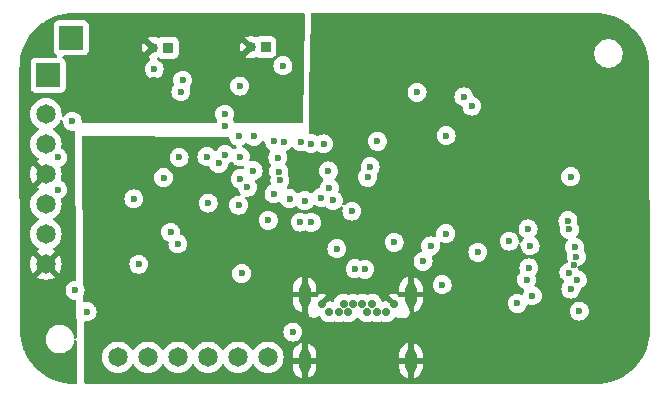
<source format=gbr>
%TF.GenerationSoftware,KiCad,Pcbnew,8.0.8*%
%TF.CreationDate,2025-02-18T00:27:09-08:00*%
%TF.ProjectId,OuterBoard_rev3.1,4f757465-7242-46f6-9172-645f72657633,rev?*%
%TF.SameCoordinates,Original*%
%TF.FileFunction,Copper,L2,Inr*%
%TF.FilePolarity,Positive*%
%FSLAX46Y46*%
G04 Gerber Fmt 4.6, Leading zero omitted, Abs format (unit mm)*
G04 Created by KiCad (PCBNEW 8.0.8) date 2025-02-18 00:27:09*
%MOMM*%
%LPD*%
G01*
G04 APERTURE LIST*
%TA.AperFunction,ComponentPad*%
%ADD10C,1.650000*%
%TD*%
%TA.AperFunction,ComponentPad*%
%ADD11C,0.700000*%
%TD*%
%TA.AperFunction,ComponentPad*%
%ADD12O,1.000000X2.000000*%
%TD*%
%TA.AperFunction,ComponentPad*%
%ADD13R,2.000000X2.000000*%
%TD*%
%TA.AperFunction,ComponentPad*%
%ADD14R,0.850000X0.850000*%
%TD*%
%TA.AperFunction,ComponentPad*%
%ADD15C,0.850000*%
%TD*%
%TA.AperFunction,ViaPad*%
%ADD16C,0.600000*%
%TD*%
G04 APERTURE END LIST*
D10*
%TO.N,GPIO45*%
%TO.C,J2*%
X115620800Y-104013000D03*
%TO.N,GPIO46*%
X118160800Y-104013000D03*
%TO.N,IO21{slash}USER_LED*%
X120700800Y-104013000D03*
%TO.N,D10{slash}A10{slash}MOSI*%
X123240800Y-104013000D03*
%TO.N,D9{slash}A9{slash}MISO*%
X125780800Y-104013000D03*
%TO.N,D8{slash}A8{slash}SCK*%
X128320800Y-104013000D03*
%TD*%
D11*
%TO.N,GND*%
%TO.C,J42*%
X138978400Y-99503000D03*
%TO.N,unconnected-(J42-SSTXP2-PadB2)*%
X138328400Y-100203000D03*
%TO.N,unconnected-(J42-SSTXN2-PadB3)*%
X137528400Y-100203000D03*
%TO.N,+5V*%
X137128400Y-99503000D03*
%TO.N,Net-(J42-CC2)*%
X136728400Y-100203000D03*
%TO.N,USB_DP*%
X136328400Y-99503000D03*
%TO.N,USB_DN*%
X135528400Y-99503000D03*
%TO.N,unconnected-(J42-SBU2-PadB8)*%
X135128400Y-100203000D03*
%TO.N,+5V*%
X134728400Y-99503000D03*
%TO.N,unconnected-(J42-SSRXN1-PadB10)*%
X134328400Y-100203000D03*
%TO.N,unconnected-(J42-SSRXP1-PadB11)*%
X133528400Y-100203000D03*
%TO.N,GND*%
X132878400Y-99503000D03*
D12*
X131428400Y-98703000D03*
X140428400Y-98703000D03*
X131428400Y-104303000D03*
X140428400Y-104303000D03*
%TD*%
D13*
%TO.N,Net-(D1-K)*%
%TO.C,TP1*%
X109728000Y-80137000D03*
%TD*%
D14*
%TO.N,+BATT1*%
%TO.C,J3*%
X119837200Y-77800200D03*
D15*
%TO.N,GNDPWR*%
X118587200Y-77800200D03*
%TD*%
D14*
%TO.N,+BATT2*%
%TO.C,J4*%
X128117600Y-77749400D03*
D15*
%TO.N,GNDPWR*%
X126867600Y-77749400D03*
%TD*%
D13*
%TO.N,Net-(D2-K)*%
%TO.C,TP2*%
X111683800Y-76962000D03*
%TD*%
D10*
%TO.N,GNDPWR*%
%TO.C,J1*%
X109524800Y-96113600D03*
%TO.N,VDC*%
X109524800Y-93573600D03*
%TO.N,D1{slash}A1*%
X109524800Y-91033600D03*
%TO.N,GNDPWR*%
X109524800Y-88493600D03*
%TO.N,VDC*%
X109524800Y-85953600D03*
%TO.N,D0{slash}A0*%
X109524800Y-83413600D03*
%TD*%
D16*
%TO.N,GND*%
X147726400Y-94157800D03*
X114935000Y-89611200D03*
X121132600Y-92504600D03*
X142111489Y-93007223D03*
X121488200Y-97002600D03*
X145669000Y-90678000D03*
X154263252Y-96239441D03*
X123910000Y-88790000D03*
X120802400Y-88646600D03*
X110540800Y-87096600D03*
X150320000Y-100336400D03*
X145084800Y-92284600D03*
X150571200Y-89230200D03*
X113030000Y-93116400D03*
X128730000Y-97690000D03*
X142028800Y-90476900D03*
X147650200Y-92456000D03*
X117889684Y-89981291D03*
X123266200Y-92532200D03*
X131069477Y-88457575D03*
X111749000Y-84037600D03*
X139238800Y-88206400D03*
X122047000Y-85648800D03*
X128652394Y-99384806D03*
X114681000Y-96926400D03*
X125196600Y-96164400D03*
X122351800Y-99034600D03*
X135661400Y-95097600D03*
X139065000Y-83540600D03*
X134970000Y-83510000D03*
X117201071Y-93477539D03*
X134970000Y-80990000D03*
X134000000Y-76850000D03*
X145770600Y-102743000D03*
X121943122Y-89829707D03*
X142189200Y-83540600D03*
X150012400Y-77241400D03*
%TO.N,VCC*%
X120954800Y-81538800D03*
%TO.N,+2V8*%
X143408400Y-85242400D03*
X141452600Y-95885000D03*
%TO.N,VDC*%
X117396700Y-96139000D03*
X113004600Y-100152200D03*
X121107200Y-80568800D03*
X118688700Y-79618800D03*
%TO.N,Net-(D7-K)*%
X154686000Y-100101400D03*
%TO.N,+3.3V*%
X140944600Y-81584800D03*
X123266200Y-90954600D03*
X126100000Y-96920000D03*
X120802400Y-87096600D03*
X146098900Y-95123000D03*
X111988600Y-98348800D03*
X144909600Y-81965800D03*
X142087600Y-94589600D03*
X119483800Y-88793400D03*
X123153000Y-87031400D03*
X133527800Y-89662000D03*
X110515400Y-89814400D03*
X143078200Y-97866200D03*
%TO.N,+1V8*%
X153847800Y-93192600D03*
X120700800Y-94411800D03*
%TO.N,Net-(C38-Pad1)*%
X133444702Y-88239600D03*
%TO.N,+5V*%
X130429000Y-101879400D03*
%TO.N,IO21{slash}USER_LED*%
X125830000Y-85308799D03*
%TO.N,Net-(FB1-Pad2)*%
X153949400Y-88722200D03*
%TO.N,USB_DP*%
X135712200Y-96520000D03*
X126586400Y-89603665D03*
%TO.N,USB_DN*%
X136525000Y-96570800D03*
X125984000Y-88900000D03*
%TO.N,MTCK{slash}IO39{slash}CAM_SCL*%
X139013899Y-94285101D03*
X143370000Y-93550000D03*
%TO.N,IO38{slash}DVP_VSYNC*%
X133858000Y-90728800D03*
X153725086Y-92450272D03*
%TO.N,Net-(J10-Pad8)*%
X148742400Y-94183200D03*
%TO.N,IO47{slash}DVP_HREF*%
X131987500Y-92597090D03*
X150342600Y-93141800D03*
%TO.N,IO48{slash}DVP_Y9*%
X131054076Y-92574211D03*
X150520400Y-94564200D03*
%TO.N,IO10{slash}XMCLK*%
X127127615Y-85308799D03*
X154300000Y-94700000D03*
%TO.N,IO11{slash}DVP_Y8*%
X124715600Y-86848296D03*
X154440000Y-95490000D03*
%TO.N,IO12{slash}DVP_Y7*%
X153810000Y-96840000D03*
X125984000Y-87020400D03*
%TO.N,IO13{slash}DVP_PCLK*%
X129164567Y-87102167D03*
X150418800Y-96443800D03*
%TO.N,IO14{slash}DVP_Y6*%
X154514600Y-97455000D03*
X124160450Y-87606201D03*
%TO.N,IO15{slash}DVP_Y2*%
X127076200Y-88206000D03*
X150215600Y-97434400D03*
%TO.N,IO16{slash}DVP_Y5*%
X153970000Y-98240000D03*
X129235200Y-88288500D03*
%TO.N,IO17{slash}DVP_Y3*%
X129330301Y-89044545D03*
X150710000Y-98792400D03*
%TO.N,IO18{slash}DVP_Y4*%
X149450000Y-99441000D03*
X128839742Y-90170878D03*
%TO.N,CHIP_EN*%
X133030300Y-85939200D03*
X137591800Y-85725000D03*
%TO.N,BNO_INT*%
X120091200Y-93421200D03*
X125933200Y-81049800D03*
%TO.N,D1{slash}A1*%
X131108400Y-85750400D03*
%TO.N,D0{slash}A0*%
X129592400Y-79324200D03*
%TO.N,GPIO0*%
X131953000Y-85928200D03*
X145592800Y-82753200D03*
%TO.N,BNO_RST*%
X116967000Y-90601800D03*
X124661600Y-83439000D03*
%TO.N,D8{slash}A8{slash}SCK*%
X129641600Y-85750400D03*
%TO.N,D9{slash}A9{slash}MISO*%
X128843704Y-85733896D03*
%TO.N,D10{slash}A10{slash}MOSI*%
X124714000Y-84404200D03*
%TO.N,VDD_SPI*%
X125830000Y-91135200D03*
%TO.N,SPIHD*%
X128357314Y-92410849D03*
%TO.N,SPIWP*%
X134162800Y-94818200D03*
%TO.N,SPICS0*%
X135432900Y-91643200D03*
%TO.N,SPICLK*%
X130149600Y-90576400D03*
%TO.N,SPIQ*%
X132791200Y-90500200D03*
%TO.N,SPID*%
X131445000Y-90754200D03*
%TO.N,GNDPWR*%
X118688700Y-80568800D03*
X117668297Y-83398103D03*
X127345704Y-83494601D03*
X113583130Y-81940400D03*
X119820552Y-83885375D03*
X116890800Y-78536800D03*
%TO.N,GPIO45*%
X136753600Y-88773000D03*
%TO.N,GPIO46*%
X136982200Y-87884000D03*
%TD*%
%TA.AperFunction,Conductor*%
%TO.N,GND*%
G36*
X156034902Y-74851218D02*
G01*
X156047239Y-74851756D01*
X156425523Y-74868272D01*
X156436260Y-74869212D01*
X156821229Y-74919894D01*
X156831855Y-74921767D01*
X157210947Y-75005810D01*
X157221367Y-75008602D01*
X157591684Y-75125362D01*
X157601838Y-75129058D01*
X157960559Y-75277646D01*
X157970350Y-75282212D01*
X158144505Y-75372871D01*
X158314742Y-75461491D01*
X158324109Y-75466898D01*
X158573340Y-75625676D01*
X158651577Y-75675518D01*
X158660438Y-75681723D01*
X158968467Y-75918082D01*
X158976754Y-75925036D01*
X159263009Y-76187341D01*
X159270658Y-76194990D01*
X159532963Y-76481245D01*
X159539917Y-76489532D01*
X159776276Y-76797561D01*
X159782481Y-76806422D01*
X159991100Y-77133889D01*
X159996508Y-77143257D01*
X160175784Y-77487642D01*
X160180356Y-77497446D01*
X160328940Y-77856159D01*
X160332640Y-77866324D01*
X160449392Y-78236614D01*
X160452192Y-78247064D01*
X160536229Y-78626131D01*
X160538107Y-78636784D01*
X160588785Y-79021719D01*
X160589728Y-79032495D01*
X160606782Y-79423097D01*
X160606900Y-79428506D01*
X160606900Y-79477000D01*
X160607019Y-79478196D01*
X160657692Y-101698780D01*
X160657574Y-101704472D01*
X160640528Y-102094904D01*
X160639585Y-102105680D01*
X160588907Y-102490615D01*
X160587029Y-102501268D01*
X160502992Y-102880335D01*
X160500192Y-102890785D01*
X160383440Y-103261075D01*
X160379740Y-103271240D01*
X160231156Y-103629953D01*
X160226584Y-103639757D01*
X160047308Y-103984142D01*
X160041900Y-103993510D01*
X159833281Y-104320977D01*
X159827076Y-104329838D01*
X159590717Y-104637867D01*
X159583763Y-104646154D01*
X159321458Y-104932409D01*
X159313809Y-104940058D01*
X159027554Y-105202363D01*
X159019267Y-105209317D01*
X158711238Y-105445676D01*
X158702377Y-105451881D01*
X158374910Y-105660500D01*
X158365542Y-105665908D01*
X158021157Y-105845184D01*
X158011353Y-105849756D01*
X157652640Y-105998340D01*
X157642475Y-106002040D01*
X157272185Y-106118792D01*
X157261735Y-106121592D01*
X156882668Y-106205629D01*
X156872015Y-106207507D01*
X156487080Y-106258185D01*
X156476304Y-106259128D01*
X156085703Y-106276182D01*
X156080294Y-106276300D01*
X112905802Y-106276300D01*
X112838763Y-106256615D01*
X112793008Y-106203811D01*
X112781810Y-106153692D01*
X112764319Y-104595288D01*
X112757784Y-104012998D01*
X114290237Y-104012998D01*
X114290237Y-104013001D01*
X114310450Y-104244044D01*
X114310451Y-104244051D01*
X114370478Y-104468074D01*
X114370479Y-104468076D01*
X114370480Y-104468079D01*
X114468499Y-104678282D01*
X114601530Y-104868269D01*
X114765531Y-105032270D01*
X114955518Y-105165301D01*
X115165721Y-105263320D01*
X115389750Y-105323349D01*
X115554785Y-105337787D01*
X115620798Y-105343563D01*
X115620800Y-105343563D01*
X115620802Y-105343563D01*
X115678562Y-105338509D01*
X115851850Y-105323349D01*
X116075879Y-105263320D01*
X116286082Y-105165301D01*
X116476069Y-105032270D01*
X116640070Y-104868269D01*
X116773101Y-104678282D01*
X116778418Y-104666878D01*
X116824590Y-104614440D01*
X116891784Y-104595288D01*
X116958665Y-104615504D01*
X117003181Y-104666878D01*
X117008499Y-104678282D01*
X117141530Y-104868269D01*
X117305531Y-105032270D01*
X117495518Y-105165301D01*
X117705721Y-105263320D01*
X117929750Y-105323349D01*
X118094785Y-105337787D01*
X118160798Y-105343563D01*
X118160800Y-105343563D01*
X118160802Y-105343563D01*
X118218562Y-105338509D01*
X118391850Y-105323349D01*
X118615879Y-105263320D01*
X118826082Y-105165301D01*
X119016069Y-105032270D01*
X119180070Y-104868269D01*
X119313101Y-104678282D01*
X119318418Y-104666878D01*
X119364590Y-104614440D01*
X119431784Y-104595288D01*
X119498665Y-104615504D01*
X119543181Y-104666878D01*
X119548499Y-104678282D01*
X119681530Y-104868269D01*
X119845531Y-105032270D01*
X120035518Y-105165301D01*
X120245721Y-105263320D01*
X120469750Y-105323349D01*
X120634785Y-105337787D01*
X120700798Y-105343563D01*
X120700800Y-105343563D01*
X120700802Y-105343563D01*
X120758562Y-105338509D01*
X120931850Y-105323349D01*
X121155879Y-105263320D01*
X121366082Y-105165301D01*
X121556069Y-105032270D01*
X121720070Y-104868269D01*
X121853101Y-104678282D01*
X121858418Y-104666878D01*
X121904590Y-104614440D01*
X121971784Y-104595288D01*
X122038665Y-104615504D01*
X122083181Y-104666878D01*
X122088499Y-104678282D01*
X122221530Y-104868269D01*
X122385531Y-105032270D01*
X122575518Y-105165301D01*
X122785721Y-105263320D01*
X123009750Y-105323349D01*
X123174785Y-105337787D01*
X123240798Y-105343563D01*
X123240800Y-105343563D01*
X123240802Y-105343563D01*
X123298562Y-105338509D01*
X123471850Y-105323349D01*
X123695879Y-105263320D01*
X123906082Y-105165301D01*
X124096069Y-105032270D01*
X124260070Y-104868269D01*
X124393101Y-104678282D01*
X124398418Y-104666878D01*
X124444590Y-104614440D01*
X124511784Y-104595288D01*
X124578665Y-104615504D01*
X124623181Y-104666878D01*
X124628499Y-104678282D01*
X124761530Y-104868269D01*
X124925531Y-105032270D01*
X125115518Y-105165301D01*
X125325721Y-105263320D01*
X125549750Y-105323349D01*
X125714785Y-105337787D01*
X125780798Y-105343563D01*
X125780800Y-105343563D01*
X125780802Y-105343563D01*
X125838562Y-105338509D01*
X126011850Y-105323349D01*
X126235879Y-105263320D01*
X126446082Y-105165301D01*
X126636069Y-105032270D01*
X126800070Y-104868269D01*
X126933101Y-104678282D01*
X126938418Y-104666878D01*
X126984590Y-104614440D01*
X127051784Y-104595288D01*
X127118665Y-104615504D01*
X127163181Y-104666878D01*
X127168499Y-104678282D01*
X127301530Y-104868269D01*
X127465531Y-105032270D01*
X127655518Y-105165301D01*
X127865721Y-105263320D01*
X128089750Y-105323349D01*
X128254785Y-105337787D01*
X128320798Y-105343563D01*
X128320800Y-105343563D01*
X128320802Y-105343563D01*
X128378562Y-105338509D01*
X128551850Y-105323349D01*
X128775879Y-105263320D01*
X128986082Y-105165301D01*
X129176069Y-105032270D01*
X129340070Y-104868269D01*
X129473101Y-104678282D01*
X129571120Y-104468079D01*
X129631149Y-104244050D01*
X129651363Y-104013000D01*
X129631149Y-103781950D01*
X129610397Y-103704504D01*
X130428400Y-103704504D01*
X130428400Y-104053000D01*
X131178400Y-104053000D01*
X131178400Y-104553000D01*
X130428400Y-104553000D01*
X130428400Y-104901495D01*
X130466827Y-105094681D01*
X130466830Y-105094693D01*
X130542207Y-105276671D01*
X130542214Y-105276684D01*
X130651648Y-105440462D01*
X130651651Y-105440466D01*
X130790933Y-105579748D01*
X130790937Y-105579751D01*
X130954715Y-105689185D01*
X130954728Y-105689192D01*
X131136708Y-105764569D01*
X131178400Y-105772862D01*
X131178400Y-104752728D01*
X131216460Y-104844614D01*
X131286786Y-104914940D01*
X131378672Y-104953000D01*
X131478128Y-104953000D01*
X131570014Y-104914940D01*
X131640340Y-104844614D01*
X131678400Y-104752728D01*
X131678400Y-105772862D01*
X131720090Y-105764569D01*
X131720092Y-105764569D01*
X131902071Y-105689192D01*
X131902084Y-105689185D01*
X132065862Y-105579751D01*
X132065866Y-105579748D01*
X132205148Y-105440466D01*
X132205151Y-105440462D01*
X132314585Y-105276684D01*
X132314592Y-105276671D01*
X132389969Y-105094693D01*
X132389972Y-105094681D01*
X132428399Y-104901495D01*
X132428400Y-104901492D01*
X132428400Y-104553000D01*
X131678400Y-104553000D01*
X131678400Y-104053000D01*
X132428400Y-104053000D01*
X132428400Y-103704508D01*
X132428399Y-103704504D01*
X139428400Y-103704504D01*
X139428400Y-104053000D01*
X140178400Y-104053000D01*
X140178400Y-104553000D01*
X139428400Y-104553000D01*
X139428400Y-104901495D01*
X139466827Y-105094681D01*
X139466830Y-105094693D01*
X139542207Y-105276671D01*
X139542214Y-105276684D01*
X139651648Y-105440462D01*
X139651651Y-105440466D01*
X139790933Y-105579748D01*
X139790937Y-105579751D01*
X139954715Y-105689185D01*
X139954728Y-105689192D01*
X140136708Y-105764569D01*
X140178400Y-105772862D01*
X140178400Y-104752728D01*
X140216460Y-104844614D01*
X140286786Y-104914940D01*
X140378672Y-104953000D01*
X140478128Y-104953000D01*
X140570014Y-104914940D01*
X140640340Y-104844614D01*
X140678400Y-104752728D01*
X140678400Y-105772862D01*
X140720090Y-105764569D01*
X140720092Y-105764569D01*
X140902071Y-105689192D01*
X140902084Y-105689185D01*
X141065862Y-105579751D01*
X141065866Y-105579748D01*
X141205148Y-105440466D01*
X141205151Y-105440462D01*
X141314585Y-105276684D01*
X141314592Y-105276671D01*
X141389969Y-105094693D01*
X141389972Y-105094681D01*
X141428399Y-104901495D01*
X141428400Y-104901492D01*
X141428400Y-104553000D01*
X140678400Y-104553000D01*
X140678400Y-104053000D01*
X141428400Y-104053000D01*
X141428400Y-103704508D01*
X141428399Y-103704504D01*
X141389972Y-103511318D01*
X141389969Y-103511306D01*
X141314592Y-103329328D01*
X141314585Y-103329315D01*
X141205151Y-103165537D01*
X141205148Y-103165533D01*
X141065866Y-103026251D01*
X141065862Y-103026248D01*
X140902084Y-102916814D01*
X140902071Y-102916807D01*
X140720091Y-102841429D01*
X140720083Y-102841427D01*
X140678400Y-102833135D01*
X140678400Y-103853272D01*
X140640340Y-103761386D01*
X140570014Y-103691060D01*
X140478128Y-103653000D01*
X140378672Y-103653000D01*
X140286786Y-103691060D01*
X140216460Y-103761386D01*
X140178400Y-103853272D01*
X140178400Y-102833136D01*
X140178399Y-102833135D01*
X140136716Y-102841427D01*
X140136708Y-102841429D01*
X139954728Y-102916807D01*
X139954715Y-102916814D01*
X139790937Y-103026248D01*
X139790933Y-103026251D01*
X139651651Y-103165533D01*
X139651648Y-103165537D01*
X139542214Y-103329315D01*
X139542207Y-103329328D01*
X139466830Y-103511306D01*
X139466827Y-103511318D01*
X139428400Y-103704504D01*
X132428399Y-103704504D01*
X132389972Y-103511318D01*
X132389969Y-103511306D01*
X132314592Y-103329328D01*
X132314585Y-103329315D01*
X132205151Y-103165537D01*
X132205148Y-103165533D01*
X132065866Y-103026251D01*
X132065862Y-103026248D01*
X131902084Y-102916814D01*
X131902071Y-102916807D01*
X131720091Y-102841429D01*
X131720083Y-102841427D01*
X131678400Y-102833135D01*
X131678400Y-103853272D01*
X131640340Y-103761386D01*
X131570014Y-103691060D01*
X131478128Y-103653000D01*
X131378672Y-103653000D01*
X131286786Y-103691060D01*
X131216460Y-103761386D01*
X131178400Y-103853272D01*
X131178400Y-102833136D01*
X131178399Y-102833135D01*
X131136716Y-102841427D01*
X131136708Y-102841429D01*
X130954728Y-102916807D01*
X130954715Y-102916814D01*
X130790937Y-103026248D01*
X130790933Y-103026251D01*
X130651651Y-103165533D01*
X130651648Y-103165537D01*
X130542214Y-103329315D01*
X130542207Y-103329328D01*
X130466830Y-103511306D01*
X130466827Y-103511318D01*
X130428400Y-103704504D01*
X129610397Y-103704504D01*
X129571120Y-103557921D01*
X129473101Y-103347719D01*
X129473099Y-103347716D01*
X129473098Y-103347714D01*
X129340073Y-103157735D01*
X129340068Y-103157729D01*
X129176069Y-102993730D01*
X129066212Y-102916807D01*
X128986082Y-102860699D01*
X128775879Y-102762680D01*
X128775876Y-102762679D01*
X128775874Y-102762678D01*
X128551851Y-102702651D01*
X128551844Y-102702650D01*
X128320802Y-102682437D01*
X128320798Y-102682437D01*
X128089755Y-102702650D01*
X128089748Y-102702651D01*
X127865717Y-102762681D01*
X127655518Y-102860699D01*
X127655514Y-102860701D01*
X127465535Y-102993726D01*
X127465529Y-102993731D01*
X127301531Y-103157729D01*
X127301526Y-103157735D01*
X127168501Y-103347714D01*
X127168498Y-103347720D01*
X127163181Y-103359123D01*
X127117007Y-103411562D01*
X127049813Y-103430712D01*
X126982933Y-103410495D01*
X126938419Y-103359123D01*
X126933101Y-103347720D01*
X126933098Y-103347714D01*
X126800073Y-103157735D01*
X126800068Y-103157729D01*
X126636069Y-102993730D01*
X126526212Y-102916807D01*
X126446082Y-102860699D01*
X126235879Y-102762680D01*
X126235876Y-102762679D01*
X126235874Y-102762678D01*
X126011851Y-102702651D01*
X126011844Y-102702650D01*
X125780802Y-102682437D01*
X125780798Y-102682437D01*
X125549755Y-102702650D01*
X125549748Y-102702651D01*
X125325717Y-102762681D01*
X125115518Y-102860699D01*
X125115514Y-102860701D01*
X124925535Y-102993726D01*
X124925529Y-102993731D01*
X124761531Y-103157729D01*
X124761526Y-103157735D01*
X124628501Y-103347714D01*
X124628498Y-103347720D01*
X124623181Y-103359123D01*
X124577007Y-103411562D01*
X124509813Y-103430712D01*
X124442933Y-103410495D01*
X124398419Y-103359123D01*
X124393101Y-103347720D01*
X124393098Y-103347714D01*
X124260073Y-103157735D01*
X124260068Y-103157729D01*
X124096069Y-102993730D01*
X123986212Y-102916807D01*
X123906082Y-102860699D01*
X123695879Y-102762680D01*
X123695876Y-102762679D01*
X123695874Y-102762678D01*
X123471851Y-102702651D01*
X123471844Y-102702650D01*
X123240802Y-102682437D01*
X123240798Y-102682437D01*
X123009755Y-102702650D01*
X123009748Y-102702651D01*
X122785717Y-102762681D01*
X122575518Y-102860699D01*
X122575514Y-102860701D01*
X122385535Y-102993726D01*
X122385529Y-102993731D01*
X122221531Y-103157729D01*
X122221526Y-103157735D01*
X122088501Y-103347714D01*
X122088498Y-103347720D01*
X122083181Y-103359123D01*
X122037007Y-103411562D01*
X121969813Y-103430712D01*
X121902933Y-103410495D01*
X121858419Y-103359123D01*
X121853101Y-103347720D01*
X121853098Y-103347714D01*
X121720073Y-103157735D01*
X121720068Y-103157729D01*
X121556069Y-102993730D01*
X121446212Y-102916807D01*
X121366082Y-102860699D01*
X121155879Y-102762680D01*
X121155876Y-102762679D01*
X121155874Y-102762678D01*
X120931851Y-102702651D01*
X120931844Y-102702650D01*
X120700802Y-102682437D01*
X120700798Y-102682437D01*
X120469755Y-102702650D01*
X120469748Y-102702651D01*
X120245717Y-102762681D01*
X120035518Y-102860699D01*
X120035514Y-102860701D01*
X119845535Y-102993726D01*
X119845529Y-102993731D01*
X119681531Y-103157729D01*
X119681526Y-103157735D01*
X119548501Y-103347714D01*
X119548498Y-103347720D01*
X119543181Y-103359123D01*
X119497007Y-103411562D01*
X119429813Y-103430712D01*
X119362933Y-103410495D01*
X119318419Y-103359123D01*
X119313101Y-103347720D01*
X119313098Y-103347714D01*
X119180073Y-103157735D01*
X119180068Y-103157729D01*
X119016069Y-102993730D01*
X118906212Y-102916807D01*
X118826082Y-102860699D01*
X118615879Y-102762680D01*
X118615876Y-102762679D01*
X118615874Y-102762678D01*
X118391851Y-102702651D01*
X118391844Y-102702650D01*
X118160802Y-102682437D01*
X118160798Y-102682437D01*
X117929755Y-102702650D01*
X117929748Y-102702651D01*
X117705717Y-102762681D01*
X117495518Y-102860699D01*
X117495514Y-102860701D01*
X117305535Y-102993726D01*
X117305529Y-102993731D01*
X117141531Y-103157729D01*
X117141526Y-103157735D01*
X117008501Y-103347714D01*
X117008498Y-103347720D01*
X117003181Y-103359123D01*
X116957007Y-103411562D01*
X116889813Y-103430712D01*
X116822933Y-103410495D01*
X116778419Y-103359123D01*
X116773101Y-103347720D01*
X116773098Y-103347714D01*
X116640073Y-103157735D01*
X116640068Y-103157729D01*
X116476069Y-102993730D01*
X116366212Y-102916807D01*
X116286082Y-102860699D01*
X116075879Y-102762680D01*
X116075876Y-102762679D01*
X116075874Y-102762678D01*
X115851851Y-102702651D01*
X115851844Y-102702650D01*
X115620802Y-102682437D01*
X115620798Y-102682437D01*
X115389755Y-102702650D01*
X115389748Y-102702651D01*
X115165717Y-102762681D01*
X114955518Y-102860699D01*
X114955514Y-102860701D01*
X114765535Y-102993726D01*
X114765529Y-102993731D01*
X114601531Y-103157729D01*
X114601526Y-103157735D01*
X114468501Y-103347714D01*
X114468499Y-103347718D01*
X114370481Y-103557917D01*
X114310451Y-103781948D01*
X114310450Y-103781955D01*
X114290237Y-104012998D01*
X112757784Y-104012998D01*
X112733837Y-101879396D01*
X129623435Y-101879396D01*
X129623435Y-101879403D01*
X129643630Y-102058649D01*
X129643631Y-102058654D01*
X129703211Y-102228923D01*
X129758921Y-102317584D01*
X129799184Y-102381662D01*
X129926738Y-102509216D01*
X130079478Y-102605189D01*
X130111286Y-102616319D01*
X130249745Y-102664768D01*
X130249750Y-102664769D01*
X130428996Y-102684965D01*
X130429000Y-102684965D01*
X130429004Y-102684965D01*
X130608249Y-102664769D01*
X130608252Y-102664768D01*
X130608255Y-102664768D01*
X130778522Y-102605189D01*
X130931262Y-102509216D01*
X131058816Y-102381662D01*
X131154789Y-102228922D01*
X131214368Y-102058655D01*
X131214369Y-102058649D01*
X131234565Y-101879403D01*
X131234565Y-101879396D01*
X131214369Y-101700150D01*
X131214368Y-101700145D01*
X131154788Y-101529876D01*
X131058815Y-101377137D01*
X130931262Y-101249584D01*
X130778523Y-101153611D01*
X130608254Y-101094031D01*
X130608249Y-101094030D01*
X130429004Y-101073835D01*
X130428996Y-101073835D01*
X130249750Y-101094030D01*
X130249745Y-101094031D01*
X130079476Y-101153611D01*
X129926737Y-101249584D01*
X129799184Y-101377137D01*
X129703211Y-101529876D01*
X129643631Y-101700145D01*
X129643630Y-101700150D01*
X129623435Y-101879396D01*
X112733837Y-101879396D01*
X112724712Y-101066372D01*
X112743643Y-100999119D01*
X112795930Y-100952775D01*
X112862587Y-100941764D01*
X112921447Y-100948396D01*
X113004597Y-100957765D01*
X113004600Y-100957765D01*
X113004604Y-100957765D01*
X113183849Y-100937569D01*
X113183852Y-100937568D01*
X113183855Y-100937568D01*
X113354122Y-100877989D01*
X113506862Y-100782016D01*
X113634416Y-100654462D01*
X113730389Y-100501722D01*
X113789968Y-100331455D01*
X113795692Y-100280654D01*
X113810165Y-100152203D01*
X113810165Y-100152196D01*
X113789969Y-99972950D01*
X113789968Y-99972945D01*
X113757562Y-99880335D01*
X113730389Y-99802678D01*
X113722751Y-99790523D01*
X113683151Y-99727500D01*
X113634416Y-99649938D01*
X113506862Y-99522384D01*
X113500184Y-99518188D01*
X113354123Y-99426411D01*
X113183854Y-99366831D01*
X113183849Y-99366830D01*
X113004604Y-99346635D01*
X113004596Y-99346635D01*
X112842124Y-99364940D01*
X112773302Y-99352885D01*
X112721923Y-99305536D01*
X112704249Y-99243114D01*
X112698830Y-98760210D01*
X112714109Y-98705926D01*
X112711364Y-98704604D01*
X112714384Y-98698328D01*
X112714389Y-98698322D01*
X112773968Y-98528055D01*
X112783565Y-98442878D01*
X112794165Y-98348803D01*
X112794165Y-98348796D01*
X112773969Y-98169550D01*
X112773968Y-98169545D01*
X112768179Y-98153000D01*
X112751209Y-98104504D01*
X130428400Y-98104504D01*
X130428400Y-98453000D01*
X131178400Y-98453000D01*
X131178400Y-98953000D01*
X130428400Y-98953000D01*
X130428400Y-99301495D01*
X130466827Y-99494681D01*
X130466830Y-99494693D01*
X130542207Y-99676671D01*
X130542214Y-99676684D01*
X130651648Y-99840462D01*
X130651651Y-99840466D01*
X130790933Y-99979748D01*
X130790937Y-99979751D01*
X130954715Y-100089185D01*
X130954728Y-100089192D01*
X131136708Y-100164569D01*
X131178400Y-100172862D01*
X131178400Y-99052728D01*
X131216460Y-99144614D01*
X131286786Y-99214940D01*
X131378672Y-99253000D01*
X131478128Y-99253000D01*
X131570014Y-99214940D01*
X131640340Y-99144614D01*
X131678400Y-99052728D01*
X131678400Y-100172862D01*
X131682565Y-100176281D01*
X131721899Y-100234027D01*
X131725627Y-100257701D01*
X131726839Y-100257542D01*
X131727899Y-100265598D01*
X131745546Y-100331455D01*
X131760305Y-100386536D01*
X131822905Y-100494964D01*
X131911436Y-100583495D01*
X132019864Y-100646095D01*
X132140799Y-100678500D01*
X132140801Y-100678500D01*
X132265999Y-100678500D01*
X132266001Y-100678500D01*
X132386936Y-100646095D01*
X132495364Y-100583495D01*
X132552679Y-100526179D01*
X132613998Y-100492697D01*
X132683690Y-100497681D01*
X132739624Y-100539552D01*
X132747740Y-100551857D01*
X132836541Y-100705665D01*
X132878212Y-100751946D01*
X132956164Y-100838521D01*
X132956167Y-100838523D01*
X132956170Y-100838526D01*
X133100807Y-100943612D01*
X133264133Y-101016329D01*
X133439009Y-101053500D01*
X133439010Y-101053500D01*
X133617789Y-101053500D01*
X133617791Y-101053500D01*
X133792667Y-101016329D01*
X133877965Y-100978351D01*
X133947214Y-100969067D01*
X133978832Y-100978351D01*
X134064133Y-101016329D01*
X134239009Y-101053500D01*
X134239010Y-101053500D01*
X134417789Y-101053500D01*
X134417791Y-101053500D01*
X134592667Y-101016329D01*
X134677965Y-100978351D01*
X134747214Y-100969067D01*
X134778832Y-100978351D01*
X134864133Y-101016329D01*
X135039009Y-101053500D01*
X135039010Y-101053500D01*
X135217789Y-101053500D01*
X135217791Y-101053500D01*
X135392667Y-101016329D01*
X135555993Y-100943612D01*
X135700630Y-100838526D01*
X135820259Y-100705665D01*
X135821011Y-100704363D01*
X135821643Y-100703760D01*
X135824081Y-100700405D01*
X135824694Y-100700850D01*
X135871576Y-100656146D01*
X135940182Y-100642920D01*
X136005048Y-100668886D01*
X136032498Y-100700565D01*
X136032719Y-100700405D01*
X136034586Y-100702975D01*
X136035789Y-100704363D01*
X136036539Y-100705663D01*
X136156164Y-100838521D01*
X136156167Y-100838523D01*
X136156170Y-100838526D01*
X136300807Y-100943612D01*
X136464133Y-101016329D01*
X136639009Y-101053500D01*
X136639010Y-101053500D01*
X136817789Y-101053500D01*
X136817791Y-101053500D01*
X136992667Y-101016329D01*
X137077965Y-100978351D01*
X137147214Y-100969067D01*
X137178832Y-100978351D01*
X137264133Y-101016329D01*
X137439009Y-101053500D01*
X137439010Y-101053500D01*
X137617789Y-101053500D01*
X137617791Y-101053500D01*
X137792667Y-101016329D01*
X137877965Y-100978351D01*
X137947214Y-100969067D01*
X137978832Y-100978351D01*
X138064133Y-101016329D01*
X138239009Y-101053500D01*
X138239010Y-101053500D01*
X138417789Y-101053500D01*
X138417791Y-101053500D01*
X138592667Y-101016329D01*
X138755993Y-100943612D01*
X138900630Y-100838526D01*
X139020259Y-100705665D01*
X139033954Y-100681943D01*
X139084519Y-100633728D01*
X139153126Y-100620504D01*
X139203338Y-100636555D01*
X139300564Y-100692688D01*
X139434217Y-100728500D01*
X139434219Y-100728500D01*
X139872581Y-100728500D01*
X139872583Y-100728500D01*
X140006236Y-100692688D01*
X140126065Y-100623505D01*
X140223905Y-100525665D01*
X140293088Y-100405836D01*
X140328900Y-100272183D01*
X140328900Y-100133817D01*
X140293088Y-100000164D01*
X140223905Y-99880335D01*
X140214719Y-99871149D01*
X140181234Y-99809826D01*
X140178400Y-99783468D01*
X140178400Y-99052728D01*
X140216460Y-99144614D01*
X140286786Y-99214940D01*
X140378672Y-99253000D01*
X140478128Y-99253000D01*
X140570014Y-99214940D01*
X140640340Y-99144614D01*
X140678400Y-99052728D01*
X140678400Y-100172862D01*
X140720090Y-100164569D01*
X140720092Y-100164569D01*
X140902071Y-100089192D01*
X140902084Y-100089185D01*
X141065862Y-99979751D01*
X141065866Y-99979748D01*
X141205148Y-99840466D01*
X141205151Y-99840462D01*
X141314585Y-99676684D01*
X141314592Y-99676671D01*
X141389969Y-99494693D01*
X141389972Y-99494681D01*
X141400651Y-99440996D01*
X148644435Y-99440996D01*
X148644435Y-99441003D01*
X148664630Y-99620249D01*
X148664631Y-99620254D01*
X148724211Y-99790523D01*
X148744307Y-99822505D01*
X148820184Y-99943262D01*
X148947738Y-100070816D01*
X148996406Y-100101396D01*
X149077264Y-100152203D01*
X149100478Y-100166789D01*
X149117834Y-100172862D01*
X149270745Y-100226368D01*
X149270750Y-100226369D01*
X149449996Y-100246565D01*
X149450000Y-100246565D01*
X149450004Y-100246565D01*
X149629249Y-100226369D01*
X149629252Y-100226368D01*
X149629255Y-100226368D01*
X149799522Y-100166789D01*
X149903594Y-100101396D01*
X153880435Y-100101396D01*
X153880435Y-100101403D01*
X153900630Y-100280649D01*
X153900631Y-100280654D01*
X153960211Y-100450923D01*
X154023621Y-100551839D01*
X154056184Y-100603662D01*
X154183738Y-100731216D01*
X154336478Y-100827189D01*
X154481653Y-100877988D01*
X154506745Y-100886768D01*
X154506750Y-100886769D01*
X154685996Y-100906965D01*
X154686000Y-100906965D01*
X154686004Y-100906965D01*
X154865249Y-100886769D01*
X154865252Y-100886768D01*
X154865255Y-100886768D01*
X155035522Y-100827189D01*
X155188262Y-100731216D01*
X155315816Y-100603662D01*
X155411789Y-100450922D01*
X155471368Y-100280655D01*
X155473065Y-100265598D01*
X155491565Y-100101403D01*
X155491565Y-100101396D01*
X155471369Y-99922150D01*
X155471368Y-99922145D01*
X155432066Y-99809826D01*
X155411789Y-99751878D01*
X155315816Y-99599138D01*
X155188262Y-99471584D01*
X155116370Y-99426411D01*
X155035523Y-99375611D01*
X154865254Y-99316031D01*
X154865249Y-99316030D01*
X154686004Y-99295835D01*
X154685996Y-99295835D01*
X154506750Y-99316030D01*
X154506745Y-99316031D01*
X154336476Y-99375611D01*
X154183737Y-99471584D01*
X154056184Y-99599137D01*
X153960211Y-99751876D01*
X153900631Y-99922145D01*
X153900630Y-99922150D01*
X153880435Y-100101396D01*
X149903594Y-100101396D01*
X149952262Y-100070816D01*
X150079816Y-99943262D01*
X150175789Y-99790522D01*
X150235368Y-99620255D01*
X150235368Y-99620254D01*
X150237668Y-99613682D01*
X150238881Y-99614106D01*
X150269422Y-99559501D01*
X150331082Y-99526640D01*
X150397164Y-99531026D01*
X150530745Y-99577768D01*
X150530750Y-99577769D01*
X150709996Y-99597965D01*
X150710000Y-99597965D01*
X150710004Y-99597965D01*
X150889249Y-99577769D01*
X150889252Y-99577768D01*
X150889255Y-99577768D01*
X151059522Y-99518189D01*
X151212262Y-99422216D01*
X151339816Y-99294662D01*
X151435789Y-99141922D01*
X151495368Y-98971655D01*
X151497604Y-98951814D01*
X151515565Y-98792403D01*
X151515565Y-98792396D01*
X151495369Y-98613150D01*
X151495368Y-98613145D01*
X151465594Y-98528055D01*
X151435789Y-98442878D01*
X151339816Y-98290138D01*
X151212262Y-98162584D01*
X151119835Y-98104508D01*
X151059523Y-98066611D01*
X150963836Y-98033129D01*
X150907060Y-97992407D01*
X150881313Y-97927454D01*
X150894769Y-97858892D01*
X150899798Y-97850115D01*
X150941387Y-97783926D01*
X150941388Y-97783923D01*
X150941389Y-97783922D01*
X151000968Y-97613655D01*
X151011895Y-97516676D01*
X151021165Y-97434403D01*
X151021165Y-97434396D01*
X151000969Y-97255150D01*
X151000967Y-97255142D01*
X150958934Y-97135017D01*
X150955373Y-97065239D01*
X150988293Y-97006384D01*
X151048616Y-96946062D01*
X151144589Y-96793322D01*
X151204168Y-96623055D01*
X151208467Y-96584901D01*
X151224365Y-96443803D01*
X151224365Y-96443796D01*
X151204169Y-96264550D01*
X151204168Y-96264545D01*
X151189028Y-96221278D01*
X151144589Y-96094278D01*
X151128415Y-96068538D01*
X151048615Y-95941537D01*
X150921062Y-95813984D01*
X150768323Y-95718011D01*
X150598054Y-95658431D01*
X150598049Y-95658430D01*
X150418804Y-95638235D01*
X150418796Y-95638235D01*
X150239550Y-95658430D01*
X150239545Y-95658431D01*
X150069276Y-95718011D01*
X149916537Y-95813984D01*
X149788984Y-95941537D01*
X149693011Y-96094276D01*
X149633431Y-96264545D01*
X149633430Y-96264550D01*
X149613235Y-96443796D01*
X149613235Y-96443803D01*
X149633430Y-96623049D01*
X149633432Y-96623057D01*
X149675465Y-96743180D01*
X149679026Y-96812958D01*
X149646106Y-96871814D01*
X149585784Y-96932136D01*
X149489811Y-97084876D01*
X149430231Y-97255145D01*
X149430230Y-97255150D01*
X149410035Y-97434396D01*
X149410035Y-97434403D01*
X149430230Y-97613649D01*
X149430231Y-97613654D01*
X149489811Y-97783923D01*
X149569852Y-97911306D01*
X149585784Y-97936662D01*
X149713338Y-98064216D01*
X149866078Y-98160189D01*
X149961762Y-98193670D01*
X150018538Y-98234392D01*
X150044286Y-98299344D01*
X150030830Y-98367906D01*
X150025803Y-98376683D01*
X149984210Y-98442879D01*
X149965617Y-98496016D01*
X149924632Y-98613145D01*
X149924631Y-98613147D01*
X149922333Y-98619717D01*
X149921122Y-98619293D01*
X149890565Y-98673911D01*
X149828900Y-98706763D01*
X149762836Y-98702374D01*
X149629254Y-98655631D01*
X149629249Y-98655630D01*
X149450004Y-98635435D01*
X149449996Y-98635435D01*
X149270750Y-98655630D01*
X149270745Y-98655631D01*
X149100476Y-98715211D01*
X148947737Y-98811184D01*
X148820184Y-98938737D01*
X148724211Y-99091476D01*
X148664631Y-99261745D01*
X148664630Y-99261750D01*
X148644435Y-99440996D01*
X141400651Y-99440996D01*
X141428399Y-99301495D01*
X141428400Y-99301492D01*
X141428400Y-98953000D01*
X140678400Y-98953000D01*
X140678400Y-98453000D01*
X141428400Y-98453000D01*
X141428400Y-98104508D01*
X141428399Y-98104504D01*
X141389972Y-97911318D01*
X141389969Y-97911306D01*
X141371284Y-97866196D01*
X142272635Y-97866196D01*
X142272635Y-97866203D01*
X142292830Y-98045449D01*
X142292831Y-98045454D01*
X142352411Y-98215723D01*
X142436031Y-98348803D01*
X142448384Y-98368462D01*
X142575938Y-98496016D01*
X142626918Y-98528049D01*
X142724751Y-98589522D01*
X142728678Y-98591989D01*
X142852840Y-98635435D01*
X142898945Y-98651568D01*
X142898950Y-98651569D01*
X143078196Y-98671765D01*
X143078200Y-98671765D01*
X143078204Y-98671765D01*
X143257449Y-98651569D01*
X143257452Y-98651568D01*
X143257455Y-98651568D01*
X143427722Y-98591989D01*
X143580462Y-98496016D01*
X143708016Y-98368462D01*
X143803989Y-98215722D01*
X143863568Y-98045455D01*
X143864957Y-98033129D01*
X143883765Y-97866203D01*
X143883765Y-97866196D01*
X143863569Y-97686950D01*
X143863568Y-97686945D01*
X143849167Y-97645789D01*
X143803989Y-97516678D01*
X143795391Y-97502995D01*
X143708015Y-97363937D01*
X143580462Y-97236384D01*
X143427723Y-97140411D01*
X143257454Y-97080831D01*
X143257449Y-97080830D01*
X143078204Y-97060635D01*
X143078196Y-97060635D01*
X142898950Y-97080830D01*
X142898945Y-97080831D01*
X142728676Y-97140411D01*
X142575937Y-97236384D01*
X142448384Y-97363937D01*
X142352411Y-97516676D01*
X142292831Y-97686945D01*
X142292830Y-97686950D01*
X142272635Y-97866196D01*
X141371284Y-97866196D01*
X141314592Y-97729328D01*
X141314585Y-97729315D01*
X141205151Y-97565537D01*
X141205148Y-97565533D01*
X141065866Y-97426251D01*
X141065862Y-97426248D01*
X140902084Y-97316814D01*
X140902071Y-97316807D01*
X140720091Y-97241429D01*
X140720083Y-97241427D01*
X140678400Y-97233135D01*
X140678400Y-98353272D01*
X140640340Y-98261386D01*
X140570014Y-98191060D01*
X140478128Y-98153000D01*
X140378672Y-98153000D01*
X140286786Y-98191060D01*
X140216460Y-98261386D01*
X140178400Y-98353272D01*
X140178400Y-97233136D01*
X140178399Y-97233135D01*
X140136716Y-97241427D01*
X140136708Y-97241429D01*
X139954728Y-97316807D01*
X139954715Y-97316814D01*
X139790937Y-97426248D01*
X139790933Y-97426251D01*
X139651651Y-97565533D01*
X139651648Y-97565537D01*
X139542214Y-97729315D01*
X139542207Y-97729328D01*
X139466830Y-97911306D01*
X139466827Y-97911318D01*
X139428400Y-98104504D01*
X139428400Y-98453000D01*
X140178400Y-98453000D01*
X140178400Y-98953000D01*
X139422400Y-98953000D01*
X139355361Y-98933315D01*
X139309606Y-98880511D01*
X139298400Y-98829000D01*
X139298400Y-98715032D01*
X139242509Y-98690148D01*
X139067739Y-98653000D01*
X138889061Y-98653000D01*
X138714290Y-98690148D01*
X138714289Y-98690148D01*
X138579232Y-98750279D01*
X139067495Y-99238541D01*
X139100980Y-99299864D01*
X139098118Y-99339875D01*
X139091691Y-99333448D01*
X139018182Y-99303000D01*
X138938618Y-99303000D01*
X138865109Y-99333448D01*
X138808848Y-99389709D01*
X138778400Y-99463218D01*
X138778400Y-99478667D01*
X138755993Y-99462388D01*
X138592667Y-99389671D01*
X138592665Y-99389670D01*
X138592664Y-99389670D01*
X138525539Y-99375402D01*
X138464057Y-99342209D01*
X138463639Y-99341793D01*
X138226747Y-99104900D01*
X138197608Y-99155370D01*
X138171594Y-99235436D01*
X138132157Y-99293112D01*
X138067798Y-99320310D01*
X137998952Y-99308395D01*
X137947476Y-99261151D01*
X137935732Y-99235436D01*
X137909652Y-99155171D01*
X137909651Y-99155168D01*
X137909650Y-99155165D01*
X137820259Y-99000335D01*
X137759914Y-98933315D01*
X137700635Y-98867478D01*
X137700632Y-98867476D01*
X137700631Y-98867475D01*
X137700630Y-98867474D01*
X137555993Y-98762388D01*
X137392667Y-98689671D01*
X137392665Y-98689670D01*
X137264994Y-98662533D01*
X137217791Y-98652500D01*
X137039009Y-98652500D01*
X136991805Y-98662533D01*
X136864135Y-98689670D01*
X136778835Y-98727648D01*
X136709585Y-98736932D01*
X136677965Y-98727648D01*
X136626207Y-98704604D01*
X136592667Y-98689671D01*
X136592665Y-98689670D01*
X136464994Y-98662533D01*
X136417791Y-98652500D01*
X136239009Y-98652500D01*
X136191805Y-98662533D01*
X136064135Y-98689670D01*
X135978835Y-98727648D01*
X135909585Y-98736932D01*
X135877965Y-98727648D01*
X135826207Y-98704604D01*
X135792667Y-98689671D01*
X135792665Y-98689670D01*
X135664994Y-98662533D01*
X135617791Y-98652500D01*
X135439009Y-98652500D01*
X135391805Y-98662533D01*
X135264135Y-98689670D01*
X135178835Y-98727648D01*
X135109585Y-98736932D01*
X135077965Y-98727648D01*
X135026207Y-98704604D01*
X134992667Y-98689671D01*
X134992665Y-98689670D01*
X134864994Y-98662533D01*
X134817791Y-98652500D01*
X134639009Y-98652500D01*
X134608354Y-98659015D01*
X134464133Y-98689670D01*
X134464128Y-98689672D01*
X134300808Y-98762387D01*
X134156168Y-98867475D01*
X134036540Y-99000336D01*
X133947150Y-99155164D01*
X133947148Y-99155168D01*
X133921067Y-99235437D01*
X133881628Y-99293112D01*
X133817270Y-99320310D01*
X133748423Y-99308395D01*
X133696948Y-99261150D01*
X133685204Y-99235434D01*
X133659191Y-99155372D01*
X133659190Y-99155369D01*
X133630051Y-99104899D01*
X133393159Y-99341793D01*
X133331836Y-99375278D01*
X133331260Y-99375402D01*
X133264132Y-99389671D01*
X133264128Y-99389672D01*
X133100808Y-99462387D01*
X133078400Y-99478667D01*
X133078400Y-99463218D01*
X133047952Y-99389709D01*
X132991691Y-99333448D01*
X132918182Y-99303000D01*
X132838618Y-99303000D01*
X132765109Y-99333448D01*
X132756577Y-99341979D01*
X132760803Y-99282889D01*
X132789304Y-99238542D01*
X133277566Y-98750279D01*
X133142508Y-98690148D01*
X133142509Y-98690148D01*
X132967739Y-98653000D01*
X132789061Y-98653000D01*
X132614290Y-98690148D01*
X132614289Y-98690148D01*
X132558400Y-98715032D01*
X132558400Y-98829000D01*
X132538715Y-98896039D01*
X132485911Y-98941794D01*
X132434400Y-98953000D01*
X131678400Y-98953000D01*
X131678400Y-98453000D01*
X132428400Y-98453000D01*
X132428400Y-98104508D01*
X132428399Y-98104504D01*
X132389972Y-97911318D01*
X132389969Y-97911306D01*
X132314592Y-97729328D01*
X132314585Y-97729315D01*
X132205151Y-97565537D01*
X132205148Y-97565533D01*
X132065866Y-97426251D01*
X132065862Y-97426248D01*
X131902084Y-97316814D01*
X131902071Y-97316807D01*
X131720091Y-97241429D01*
X131720083Y-97241427D01*
X131678400Y-97233135D01*
X131678400Y-98353272D01*
X131640340Y-98261386D01*
X131570014Y-98191060D01*
X131478128Y-98153000D01*
X131378672Y-98153000D01*
X131286786Y-98191060D01*
X131216460Y-98261386D01*
X131178400Y-98353272D01*
X131178400Y-97233136D01*
X131178399Y-97233135D01*
X131136716Y-97241427D01*
X131136708Y-97241429D01*
X130954728Y-97316807D01*
X130954715Y-97316814D01*
X130790937Y-97426248D01*
X130790933Y-97426251D01*
X130651651Y-97565533D01*
X130651648Y-97565537D01*
X130542214Y-97729315D01*
X130542207Y-97729328D01*
X130466830Y-97911306D01*
X130466827Y-97911318D01*
X130428400Y-98104504D01*
X112751209Y-98104504D01*
X112714389Y-97999278D01*
X112714387Y-97999275D01*
X112714387Y-97999274D01*
X112708458Y-97989838D01*
X112689459Y-97925259D01*
X112669411Y-96138996D01*
X116591135Y-96138996D01*
X116591135Y-96139003D01*
X116611330Y-96318249D01*
X116611331Y-96318254D01*
X116670911Y-96488523D01*
X116755440Y-96623049D01*
X116766884Y-96641262D01*
X116894438Y-96768816D01*
X116933439Y-96793322D01*
X117007726Y-96840000D01*
X117047178Y-96864789D01*
X117204951Y-96919996D01*
X117217445Y-96924368D01*
X117217450Y-96924369D01*
X117396696Y-96944565D01*
X117396700Y-96944565D01*
X117396704Y-96944565D01*
X117575949Y-96924369D01*
X117575952Y-96924368D01*
X117575955Y-96924368D01*
X117588449Y-96919996D01*
X125294435Y-96919996D01*
X125294435Y-96920003D01*
X125314630Y-97099249D01*
X125314631Y-97099254D01*
X125374211Y-97269523D01*
X125441345Y-97376365D01*
X125470184Y-97422262D01*
X125597738Y-97549816D01*
X125688080Y-97606582D01*
X125732121Y-97634255D01*
X125750478Y-97645789D01*
X125871773Y-97688232D01*
X125920745Y-97705368D01*
X125920750Y-97705369D01*
X126099996Y-97725565D01*
X126100000Y-97725565D01*
X126100004Y-97725565D01*
X126279249Y-97705369D01*
X126279252Y-97705368D01*
X126279255Y-97705368D01*
X126449522Y-97645789D01*
X126602262Y-97549816D01*
X126729816Y-97422262D01*
X126825789Y-97269522D01*
X126885368Y-97099255D01*
X126887444Y-97080830D01*
X126905565Y-96920003D01*
X126905565Y-96919996D01*
X126885369Y-96740750D01*
X126885368Y-96740745D01*
X126859622Y-96667167D01*
X126825789Y-96570478D01*
X126794069Y-96519996D01*
X134906635Y-96519996D01*
X134906635Y-96520003D01*
X134926830Y-96699249D01*
X134926831Y-96699254D01*
X134986411Y-96869523D01*
X135038699Y-96952738D01*
X135082384Y-97022262D01*
X135209938Y-97149816D01*
X135273130Y-97189522D01*
X135346223Y-97235450D01*
X135362678Y-97245789D01*
X135448302Y-97275750D01*
X135532945Y-97305368D01*
X135532950Y-97305369D01*
X135712196Y-97325565D01*
X135712200Y-97325565D01*
X135712204Y-97325565D01*
X135891449Y-97305369D01*
X135891451Y-97305368D01*
X135891455Y-97305368D01*
X135891458Y-97305366D01*
X135891462Y-97305366D01*
X136026494Y-97258116D01*
X136096273Y-97254554D01*
X136133422Y-97270163D01*
X136175478Y-97296589D01*
X136233258Y-97316807D01*
X136345745Y-97356168D01*
X136345750Y-97356169D01*
X136524996Y-97376365D01*
X136525000Y-97376365D01*
X136525004Y-97376365D01*
X136704249Y-97356169D01*
X136704252Y-97356168D01*
X136704255Y-97356168D01*
X136874522Y-97296589D01*
X137027262Y-97200616D01*
X137154816Y-97073062D01*
X137250789Y-96920322D01*
X137310368Y-96750055D01*
X137311143Y-96743180D01*
X137330565Y-96570803D01*
X137330565Y-96570796D01*
X137310369Y-96391550D01*
X137310368Y-96391545D01*
X137284722Y-96318254D01*
X137250789Y-96221278D01*
X137247339Y-96215788D01*
X137187036Y-96119816D01*
X137154816Y-96068538D01*
X137027262Y-95940984D01*
X136975354Y-95908368D01*
X136938158Y-95884996D01*
X140647035Y-95884996D01*
X140647035Y-95885003D01*
X140667230Y-96064249D01*
X140667231Y-96064254D01*
X140726811Y-96234523D01*
X140822784Y-96387262D01*
X140950338Y-96514816D01*
X141038920Y-96570476D01*
X141061877Y-96584901D01*
X141103078Y-96610789D01*
X141190165Y-96641262D01*
X141273345Y-96670368D01*
X141273350Y-96670369D01*
X141452596Y-96690565D01*
X141452600Y-96690565D01*
X141452604Y-96690565D01*
X141631849Y-96670369D01*
X141631852Y-96670368D01*
X141631855Y-96670368D01*
X141802122Y-96610789D01*
X141954862Y-96514816D01*
X142082416Y-96387262D01*
X142178389Y-96234522D01*
X142237968Y-96064255D01*
X142237969Y-96064249D01*
X142258165Y-95885003D01*
X142258165Y-95884996D01*
X142237969Y-95705750D01*
X142237968Y-95705745D01*
X142178749Y-95536507D01*
X142175188Y-95466728D01*
X142209917Y-95406100D01*
X142260773Y-95378672D01*
X142260282Y-95377268D01*
X142281724Y-95369765D01*
X142437122Y-95315389D01*
X142589862Y-95219416D01*
X142686282Y-95122996D01*
X145293335Y-95122996D01*
X145293335Y-95123003D01*
X145313530Y-95302249D01*
X145313531Y-95302254D01*
X145373111Y-95472523D01*
X145455453Y-95603568D01*
X145469084Y-95625262D01*
X145596638Y-95752816D01*
X145648546Y-95785432D01*
X145734629Y-95839522D01*
X145749378Y-95848789D01*
X145852852Y-95884996D01*
X145919645Y-95908368D01*
X145919650Y-95908369D01*
X146098896Y-95928565D01*
X146098900Y-95928565D01*
X146098904Y-95928565D01*
X146278149Y-95908369D01*
X146278152Y-95908368D01*
X146278155Y-95908368D01*
X146448422Y-95848789D01*
X146601162Y-95752816D01*
X146728716Y-95625262D01*
X146824689Y-95472522D01*
X146884268Y-95302255D01*
X146893833Y-95217365D01*
X146904465Y-95123003D01*
X146904465Y-95122996D01*
X146884269Y-94943750D01*
X146884268Y-94943745D01*
X146840338Y-94818200D01*
X146824689Y-94773478D01*
X146821785Y-94768857D01*
X146737441Y-94634624D01*
X146728716Y-94620738D01*
X146601162Y-94493184D01*
X146555273Y-94464350D01*
X146448423Y-94397211D01*
X146278154Y-94337631D01*
X146278149Y-94337630D01*
X146098904Y-94317435D01*
X146098896Y-94317435D01*
X145919650Y-94337630D01*
X145919645Y-94337631D01*
X145749376Y-94397211D01*
X145596637Y-94493184D01*
X145469084Y-94620737D01*
X145373111Y-94773476D01*
X145313531Y-94943745D01*
X145313530Y-94943750D01*
X145293335Y-95122996D01*
X142686282Y-95122996D01*
X142717416Y-95091862D01*
X142813389Y-94939122D01*
X142872968Y-94768855D01*
X142880726Y-94700000D01*
X142893165Y-94589603D01*
X142893165Y-94589597D01*
X142873226Y-94412636D01*
X142885280Y-94343814D01*
X142932629Y-94292434D01*
X143000240Y-94274810D01*
X143037401Y-94281711D01*
X143190737Y-94335366D01*
X143190743Y-94335367D01*
X143190745Y-94335368D01*
X143190746Y-94335368D01*
X143190750Y-94335369D01*
X143369996Y-94355565D01*
X143370000Y-94355565D01*
X143370004Y-94355565D01*
X143549249Y-94335369D01*
X143549252Y-94335368D01*
X143549255Y-94335368D01*
X143719522Y-94275789D01*
X143866883Y-94183196D01*
X147936835Y-94183196D01*
X147936835Y-94183203D01*
X147957030Y-94362449D01*
X147957031Y-94362454D01*
X148016611Y-94532723D01*
X148083441Y-94639082D01*
X148112584Y-94685462D01*
X148240138Y-94813016D01*
X148392878Y-94908989D01*
X148563145Y-94968568D01*
X148563150Y-94968569D01*
X148742396Y-94988765D01*
X148742400Y-94988765D01*
X148742404Y-94988765D01*
X148921649Y-94968569D01*
X148921652Y-94968568D01*
X148921655Y-94968568D01*
X149091922Y-94908989D01*
X149244662Y-94813016D01*
X149372216Y-94685462D01*
X149468189Y-94532722D01*
X149473793Y-94516707D01*
X149514514Y-94459931D01*
X149579467Y-94434183D01*
X149648028Y-94447639D01*
X149698432Y-94496025D01*
X149714835Y-94557661D01*
X149714835Y-94564203D01*
X149735030Y-94743449D01*
X149735031Y-94743454D01*
X149794611Y-94913723D01*
X149890584Y-95066462D01*
X150018138Y-95194016D01*
X150058562Y-95219416D01*
X150157415Y-95281530D01*
X150170878Y-95289989D01*
X150257965Y-95320462D01*
X150341145Y-95349568D01*
X150341150Y-95349569D01*
X150520396Y-95369765D01*
X150520400Y-95369765D01*
X150520404Y-95369765D01*
X150699649Y-95349569D01*
X150699652Y-95349568D01*
X150699655Y-95349568D01*
X150869922Y-95289989D01*
X151022662Y-95194016D01*
X151150216Y-95066462D01*
X151246189Y-94913722D01*
X151305768Y-94743455D01*
X151311045Y-94696621D01*
X151325965Y-94564203D01*
X151325965Y-94564196D01*
X151305769Y-94384950D01*
X151305768Y-94384945D01*
X151293707Y-94350476D01*
X151246189Y-94214678D01*
X151229667Y-94188384D01*
X151155397Y-94070184D01*
X151150216Y-94061938D01*
X151022662Y-93934384D01*
X150945168Y-93885691D01*
X150898878Y-93833357D01*
X150888230Y-93764304D01*
X150916605Y-93700455D01*
X150923449Y-93693028D01*
X150972416Y-93644062D01*
X151068389Y-93491322D01*
X151127968Y-93321055D01*
X151127969Y-93321049D01*
X151148165Y-93141803D01*
X151148165Y-93141796D01*
X151127969Y-92962550D01*
X151127968Y-92962545D01*
X151102638Y-92890155D01*
X151068389Y-92792278D01*
X151067827Y-92791384D01*
X150972415Y-92639537D01*
X150844862Y-92511984D01*
X150746642Y-92450268D01*
X152919521Y-92450268D01*
X152919521Y-92450275D01*
X152939716Y-92629521D01*
X152939717Y-92629526D01*
X152999297Y-92799795D01*
X153056074Y-92890155D01*
X153075074Y-92957392D01*
X153068123Y-92997077D01*
X153062431Y-93013343D01*
X153062431Y-93013346D01*
X153042235Y-93192596D01*
X153042235Y-93192603D01*
X153062430Y-93371849D01*
X153062431Y-93371854D01*
X153122011Y-93542123D01*
X153209234Y-93680937D01*
X153217984Y-93694862D01*
X153345538Y-93822416D01*
X153370994Y-93838411D01*
X153492298Y-93914632D01*
X153498278Y-93918389D01*
X153564883Y-93941695D01*
X153646291Y-93970181D01*
X153703067Y-94010903D01*
X153728814Y-94075856D01*
X153715358Y-94144418D01*
X153693019Y-94174903D01*
X153670183Y-94197739D01*
X153574211Y-94350476D01*
X153514631Y-94520745D01*
X153514630Y-94520750D01*
X153494435Y-94699996D01*
X153494435Y-94700003D01*
X153514630Y-94879249D01*
X153514631Y-94879254D01*
X153574211Y-95049523D01*
X153652806Y-95174605D01*
X153671806Y-95241841D01*
X153664854Y-95281530D01*
X153654631Y-95310745D01*
X153654631Y-95310746D01*
X153634435Y-95489996D01*
X153634435Y-95490003D01*
X153654630Y-95669249D01*
X153654631Y-95669254D01*
X153714212Y-95839525D01*
X153729924Y-95864531D01*
X153748924Y-95931768D01*
X153728556Y-95998603D01*
X153675288Y-96043816D01*
X153638816Y-96053722D01*
X153630748Y-96054631D01*
X153630745Y-96054631D01*
X153460476Y-96114211D01*
X153307737Y-96210184D01*
X153180184Y-96337737D01*
X153084211Y-96490476D01*
X153024631Y-96660745D01*
X153024630Y-96660750D01*
X153004435Y-96839996D01*
X153004435Y-96840003D01*
X153024630Y-97019249D01*
X153024631Y-97019254D01*
X153084211Y-97189523D01*
X153164194Y-97316814D01*
X153180184Y-97342262D01*
X153307738Y-97469816D01*
X153358599Y-97501774D01*
X153360542Y-97502995D01*
X153406833Y-97555330D01*
X153417481Y-97624384D01*
X153389106Y-97688232D01*
X153382252Y-97695669D01*
X153340184Y-97737737D01*
X153244211Y-97890476D01*
X153184631Y-98060745D01*
X153184630Y-98060750D01*
X153164435Y-98239996D01*
X153164435Y-98240003D01*
X153184630Y-98419249D01*
X153184631Y-98419254D01*
X153244211Y-98589523D01*
X153317878Y-98706763D01*
X153340184Y-98742262D01*
X153467738Y-98869816D01*
X153484759Y-98880511D01*
X153577426Y-98938738D01*
X153620478Y-98965789D01*
X153790745Y-99025368D01*
X153790750Y-99025369D01*
X153969996Y-99045565D01*
X153970000Y-99045565D01*
X153970004Y-99045565D01*
X154149249Y-99025369D01*
X154149252Y-99025368D01*
X154149255Y-99025368D01*
X154319522Y-98965789D01*
X154472262Y-98869816D01*
X154599816Y-98742262D01*
X154695789Y-98589522D01*
X154755368Y-98419255D01*
X154762803Y-98353272D01*
X154770152Y-98288043D01*
X154797218Y-98223629D01*
X154852420Y-98184884D01*
X154858571Y-98182731D01*
X154864122Y-98180789D01*
X155016862Y-98084816D01*
X155144416Y-97957262D01*
X155240389Y-97804522D01*
X155299968Y-97634255D01*
X155299969Y-97634249D01*
X155320165Y-97455003D01*
X155320165Y-97454996D01*
X155299969Y-97275750D01*
X155299968Y-97275745D01*
X155273679Y-97200615D01*
X155240389Y-97105478D01*
X155144416Y-96952738D01*
X155016862Y-96825184D01*
X154864121Y-96729210D01*
X154693849Y-96669630D01*
X154671986Y-96667167D01*
X154607572Y-96640099D01*
X154568829Y-96584901D01*
X154563893Y-96570796D01*
X154535789Y-96490478D01*
X154520075Y-96465469D01*
X154501075Y-96398233D01*
X154521443Y-96331397D01*
X154574710Y-96286183D01*
X154611189Y-96276276D01*
X154619255Y-96275368D01*
X154789522Y-96215789D01*
X154942262Y-96119816D01*
X155069816Y-95992262D01*
X155165789Y-95839522D01*
X155225368Y-95669255D01*
X155225369Y-95669249D01*
X155245565Y-95490003D01*
X155245565Y-95489996D01*
X155225369Y-95310750D01*
X155225368Y-95310745D01*
X155201257Y-95241841D01*
X155165789Y-95140478D01*
X155154804Y-95122996D01*
X155087193Y-95015393D01*
X155068193Y-94948156D01*
X155075145Y-94908469D01*
X155085368Y-94879255D01*
X155092247Y-94818203D01*
X155105565Y-94700003D01*
X155105565Y-94699996D01*
X155085369Y-94520750D01*
X155085368Y-94520745D01*
X155065636Y-94464355D01*
X155025789Y-94350478D01*
X155017717Y-94337632D01*
X154978244Y-94274810D01*
X154929816Y-94197738D01*
X154802262Y-94070184D01*
X154649522Y-93974211D01*
X154649519Y-93974209D01*
X154501508Y-93922417D01*
X154444732Y-93881695D01*
X154418985Y-93816743D01*
X154432441Y-93748181D01*
X154454777Y-93717700D01*
X154477616Y-93694862D01*
X154573589Y-93542122D01*
X154633168Y-93371855D01*
X154634551Y-93359579D01*
X154653365Y-93192603D01*
X154653365Y-93192596D01*
X154633169Y-93013350D01*
X154633168Y-93013345D01*
X154573588Y-92843075D01*
X154516811Y-92752717D01*
X154497810Y-92685480D01*
X154504763Y-92645789D01*
X154510454Y-92629527D01*
X154512020Y-92615635D01*
X154530651Y-92450275D01*
X154530651Y-92450268D01*
X154510455Y-92271022D01*
X154510454Y-92271017D01*
X154494242Y-92224687D01*
X154450875Y-92100750D01*
X154449667Y-92098828D01*
X154382996Y-91992722D01*
X154354902Y-91948010D01*
X154227348Y-91820456D01*
X154177038Y-91788844D01*
X154074609Y-91724483D01*
X153904340Y-91664903D01*
X153904335Y-91664902D01*
X153725090Y-91644707D01*
X153725082Y-91644707D01*
X153545836Y-91664902D01*
X153545831Y-91664903D01*
X153375562Y-91724483D01*
X153222823Y-91820456D01*
X153095270Y-91948009D01*
X152999297Y-92100748D01*
X152939717Y-92271017D01*
X152939716Y-92271022D01*
X152919521Y-92450268D01*
X150746642Y-92450268D01*
X150692123Y-92416011D01*
X150521854Y-92356431D01*
X150521849Y-92356430D01*
X150342604Y-92336235D01*
X150342596Y-92336235D01*
X150163350Y-92356430D01*
X150163345Y-92356431D01*
X149993076Y-92416011D01*
X149840337Y-92511984D01*
X149712784Y-92639537D01*
X149616811Y-92792276D01*
X149557231Y-92962545D01*
X149557230Y-92962550D01*
X149537035Y-93141796D01*
X149537035Y-93141803D01*
X149557230Y-93321049D01*
X149557231Y-93321054D01*
X149616811Y-93491323D01*
X149685380Y-93600449D01*
X149712784Y-93644062D01*
X149840338Y-93771616D01*
X149917830Y-93820308D01*
X149964121Y-93872642D01*
X149974769Y-93941695D01*
X149946394Y-94005544D01*
X149939540Y-94012981D01*
X149890584Y-94061937D01*
X149794609Y-94214680D01*
X149789006Y-94230693D01*
X149748284Y-94287469D01*
X149683332Y-94313216D01*
X149614770Y-94299760D01*
X149564367Y-94251372D01*
X149547965Y-94189738D01*
X149547965Y-94183196D01*
X149527769Y-94003950D01*
X149527768Y-94003945D01*
X149503845Y-93935577D01*
X149468189Y-93833678D01*
X149467987Y-93833357D01*
X149414468Y-93748181D01*
X149372216Y-93680938D01*
X149244662Y-93553384D01*
X149201092Y-93526007D01*
X149091923Y-93457411D01*
X148921654Y-93397831D01*
X148921649Y-93397830D01*
X148742404Y-93377635D01*
X148742396Y-93377635D01*
X148563150Y-93397830D01*
X148563145Y-93397831D01*
X148392876Y-93457411D01*
X148240137Y-93553384D01*
X148112584Y-93680937D01*
X148016611Y-93833676D01*
X147957031Y-94003945D01*
X147957030Y-94003950D01*
X147936835Y-94183196D01*
X143866883Y-94183196D01*
X143872262Y-94179816D01*
X143999816Y-94052262D01*
X144095789Y-93899522D01*
X144155368Y-93729255D01*
X144156801Y-93716540D01*
X144175565Y-93550003D01*
X144175565Y-93549996D01*
X144155369Y-93370750D01*
X144155368Y-93370745D01*
X144123355Y-93279257D01*
X144095789Y-93200478D01*
X144093112Y-93196218D01*
X144017871Y-93076473D01*
X143999816Y-93047738D01*
X143872262Y-92920184D01*
X143749549Y-92843078D01*
X143719523Y-92824211D01*
X143549254Y-92764631D01*
X143549249Y-92764630D01*
X143370004Y-92744435D01*
X143369996Y-92744435D01*
X143190750Y-92764630D01*
X143190745Y-92764631D01*
X143020476Y-92824211D01*
X142867737Y-92920184D01*
X142740184Y-93047737D01*
X142644211Y-93200476D01*
X142584631Y-93370745D01*
X142584630Y-93370750D01*
X142564435Y-93549996D01*
X142564435Y-93550003D01*
X142584373Y-93726964D01*
X142572318Y-93795786D01*
X142524969Y-93847165D01*
X142457359Y-93864789D01*
X142420198Y-93857889D01*
X142266854Y-93804231D01*
X142266849Y-93804230D01*
X142087604Y-93784035D01*
X142087596Y-93784035D01*
X141908350Y-93804230D01*
X141908345Y-93804231D01*
X141738076Y-93863811D01*
X141585337Y-93959784D01*
X141457784Y-94087337D01*
X141361811Y-94240076D01*
X141302231Y-94410345D01*
X141302230Y-94410350D01*
X141282035Y-94589596D01*
X141282035Y-94589603D01*
X141302230Y-94768849D01*
X141302232Y-94768857D01*
X141361450Y-94938093D01*
X141365011Y-95007872D01*
X141330282Y-95068499D01*
X141279428Y-95095937D01*
X141279917Y-95097333D01*
X141273347Y-95099631D01*
X141273345Y-95099632D01*
X141210758Y-95121531D01*
X141103078Y-95159210D01*
X140950337Y-95255184D01*
X140822784Y-95382737D01*
X140726811Y-95535476D01*
X140667231Y-95705745D01*
X140667230Y-95705750D01*
X140647035Y-95884996D01*
X136938158Y-95884996D01*
X136874523Y-95845011D01*
X136704254Y-95785431D01*
X136704249Y-95785430D01*
X136525004Y-95765235D01*
X136524996Y-95765235D01*
X136345750Y-95785430D01*
X136345742Y-95785432D01*
X136210704Y-95832684D01*
X136140925Y-95836245D01*
X136103779Y-95820637D01*
X136061717Y-95794208D01*
X135891462Y-95734633D01*
X135891449Y-95734630D01*
X135712204Y-95714435D01*
X135712196Y-95714435D01*
X135532950Y-95734630D01*
X135532945Y-95734631D01*
X135362676Y-95794211D01*
X135209937Y-95890184D01*
X135082384Y-96017737D01*
X134986411Y-96170476D01*
X134926831Y-96340745D01*
X134926830Y-96340750D01*
X134906635Y-96519996D01*
X126794069Y-96519996D01*
X126729816Y-96417738D01*
X126602262Y-96290184D01*
X126580128Y-96276276D01*
X126449523Y-96194211D01*
X126279254Y-96134631D01*
X126279249Y-96134630D01*
X126100004Y-96114435D01*
X126099996Y-96114435D01*
X125920750Y-96134630D01*
X125920745Y-96134631D01*
X125750476Y-96194211D01*
X125597737Y-96290184D01*
X125470184Y-96417737D01*
X125374211Y-96570476D01*
X125314631Y-96740745D01*
X125314630Y-96740750D01*
X125294435Y-96919996D01*
X117588449Y-96919996D01*
X117746222Y-96864789D01*
X117898962Y-96768816D01*
X118026516Y-96641262D01*
X118122489Y-96488522D01*
X118182068Y-96318255D01*
X118186900Y-96275368D01*
X118202265Y-96139003D01*
X118202265Y-96138996D01*
X118182069Y-95959750D01*
X118182068Y-95959745D01*
X118164090Y-95908368D01*
X118122489Y-95789478D01*
X118119945Y-95785430D01*
X118040147Y-95658432D01*
X118026516Y-95636738D01*
X117898962Y-95509184D01*
X117868425Y-95489996D01*
X117746223Y-95413211D01*
X117575954Y-95353631D01*
X117575949Y-95353630D01*
X117396704Y-95333435D01*
X117396696Y-95333435D01*
X117217450Y-95353630D01*
X117217445Y-95353631D01*
X117047176Y-95413211D01*
X116894437Y-95509184D01*
X116766884Y-95636737D01*
X116670911Y-95789476D01*
X116611331Y-95959745D01*
X116611330Y-95959750D01*
X116591135Y-96138996D01*
X112669411Y-96138996D01*
X112638908Y-93421196D01*
X119285635Y-93421196D01*
X119285635Y-93421203D01*
X119305830Y-93600449D01*
X119305831Y-93600454D01*
X119365411Y-93770723D01*
X119443145Y-93894435D01*
X119461384Y-93923462D01*
X119588938Y-94051016D01*
X119741678Y-94146989D01*
X119824778Y-94176067D01*
X119881553Y-94216787D01*
X119907301Y-94281740D01*
X119907043Y-94306991D01*
X119895235Y-94411795D01*
X119895235Y-94411803D01*
X119915430Y-94591049D01*
X119915431Y-94591054D01*
X119975011Y-94761323D01*
X120049113Y-94879254D01*
X120070984Y-94914062D01*
X120198538Y-95041616D01*
X120244459Y-95070470D01*
X120328064Y-95123003D01*
X120351278Y-95137589D01*
X120437396Y-95167723D01*
X120521545Y-95197168D01*
X120521550Y-95197169D01*
X120700796Y-95217365D01*
X120700800Y-95217365D01*
X120700804Y-95217365D01*
X120880049Y-95197169D01*
X120880052Y-95197168D01*
X120880055Y-95197168D01*
X121050322Y-95137589D01*
X121203062Y-95041616D01*
X121330616Y-94914062D01*
X121390853Y-94818196D01*
X133357235Y-94818196D01*
X133357235Y-94818203D01*
X133377430Y-94997449D01*
X133377431Y-94997454D01*
X133437011Y-95167723D01*
X133529796Y-95315388D01*
X133532984Y-95320462D01*
X133660538Y-95448016D01*
X133690318Y-95466728D01*
X133799729Y-95535476D01*
X133813278Y-95543989D01*
X133983545Y-95603568D01*
X133983550Y-95603569D01*
X134162796Y-95623765D01*
X134162800Y-95623765D01*
X134162804Y-95623765D01*
X134342049Y-95603569D01*
X134342052Y-95603568D01*
X134342055Y-95603568D01*
X134512322Y-95543989D01*
X134665062Y-95448016D01*
X134792616Y-95320462D01*
X134888589Y-95167722D01*
X134948168Y-94997455D01*
X134949263Y-94987738D01*
X134968365Y-94818203D01*
X134968365Y-94818196D01*
X134948169Y-94638950D01*
X134948168Y-94638945D01*
X134941797Y-94620737D01*
X134888589Y-94468678D01*
X134885873Y-94464356D01*
X134835976Y-94384945D01*
X134792616Y-94315938D01*
X134761775Y-94285097D01*
X138208334Y-94285097D01*
X138208334Y-94285104D01*
X138228529Y-94464350D01*
X138228530Y-94464355D01*
X138288110Y-94634624D01*
X138329189Y-94700000D01*
X138384083Y-94787363D01*
X138511637Y-94914917D01*
X138597022Y-94968568D01*
X138642993Y-94997454D01*
X138664377Y-95010890D01*
X138752184Y-95041615D01*
X138834644Y-95070469D01*
X138834649Y-95070470D01*
X139013895Y-95090666D01*
X139013899Y-95090666D01*
X139013903Y-95090666D01*
X139193148Y-95070470D01*
X139193151Y-95070469D01*
X139193154Y-95070469D01*
X139363421Y-95010890D01*
X139516161Y-94914917D01*
X139643715Y-94787363D01*
X139739688Y-94634623D01*
X139799267Y-94464356D01*
X139802667Y-94434183D01*
X139819464Y-94285104D01*
X139819464Y-94285097D01*
X139799268Y-94105851D01*
X139799267Y-94105846D01*
X139783903Y-94061938D01*
X139739688Y-93935579D01*
X139732074Y-93923462D01*
X139675658Y-93833676D01*
X139643715Y-93782839D01*
X139516161Y-93655285D01*
X139468071Y-93625068D01*
X139363422Y-93559312D01*
X139193153Y-93499732D01*
X139193148Y-93499731D01*
X139013903Y-93479536D01*
X139013895Y-93479536D01*
X138834649Y-93499731D01*
X138834644Y-93499732D01*
X138664375Y-93559312D01*
X138511636Y-93655285D01*
X138384083Y-93782838D01*
X138288110Y-93935577D01*
X138228530Y-94105846D01*
X138228529Y-94105851D01*
X138208334Y-94285097D01*
X134761775Y-94285097D01*
X134665062Y-94188384D01*
X134512323Y-94092411D01*
X134342054Y-94032831D01*
X134342049Y-94032830D01*
X134162804Y-94012635D01*
X134162796Y-94012635D01*
X133983550Y-94032830D01*
X133983545Y-94032831D01*
X133813276Y-94092411D01*
X133660537Y-94188384D01*
X133532984Y-94315937D01*
X133437011Y-94468676D01*
X133377431Y-94638945D01*
X133377430Y-94638950D01*
X133357235Y-94818196D01*
X121390853Y-94818196D01*
X121426589Y-94761322D01*
X121486168Y-94591055D01*
X121486332Y-94589600D01*
X121506365Y-94411803D01*
X121506365Y-94411796D01*
X121486169Y-94232550D01*
X121486168Y-94232545D01*
X121473989Y-94197739D01*
X121426589Y-94062278D01*
X121426375Y-94061938D01*
X121371253Y-93974211D01*
X121330616Y-93909538D01*
X121203062Y-93781984D01*
X121050321Y-93686010D01*
X120967222Y-93656933D01*
X120910446Y-93616211D01*
X120884698Y-93551259D01*
X120884956Y-93526007D01*
X120887917Y-93499733D01*
X120896765Y-93421200D01*
X120894675Y-93402655D01*
X120876569Y-93241950D01*
X120876568Y-93241945D01*
X120859300Y-93192596D01*
X120816989Y-93071678D01*
X120801946Y-93047738D01*
X120738405Y-92946613D01*
X120721016Y-92918938D01*
X120593462Y-92791384D01*
X120569518Y-92776339D01*
X120440723Y-92695411D01*
X120270454Y-92635831D01*
X120270449Y-92635830D01*
X120091204Y-92615635D01*
X120091196Y-92615635D01*
X119911950Y-92635830D01*
X119911945Y-92635831D01*
X119741676Y-92695411D01*
X119588937Y-92791384D01*
X119461384Y-92918937D01*
X119365411Y-93071676D01*
X119305831Y-93241945D01*
X119305830Y-93241950D01*
X119285635Y-93421196D01*
X112638908Y-93421196D01*
X112627569Y-92410845D01*
X127551749Y-92410845D01*
X127551749Y-92410852D01*
X127571944Y-92590098D01*
X127571945Y-92590103D01*
X127631525Y-92760372D01*
X127683491Y-92843075D01*
X127727498Y-92913111D01*
X127855052Y-93040665D01*
X128007792Y-93136638D01*
X128080367Y-93162033D01*
X128178059Y-93196217D01*
X128178064Y-93196218D01*
X128357310Y-93216414D01*
X128357314Y-93216414D01*
X128357318Y-93216414D01*
X128536563Y-93196218D01*
X128536566Y-93196217D01*
X128536569Y-93196217D01*
X128706836Y-93136638D01*
X128859576Y-93040665D01*
X128987130Y-92913111D01*
X129083103Y-92760371D01*
X129142682Y-92590104D01*
X129142683Y-92590098D01*
X129144473Y-92574207D01*
X130248511Y-92574207D01*
X130248511Y-92574214D01*
X130268706Y-92753460D01*
X130268707Y-92753465D01*
X130328287Y-92923734D01*
X130421246Y-93071676D01*
X130424260Y-93076473D01*
X130551814Y-93204027D01*
X130571528Y-93216414D01*
X130691936Y-93292072D01*
X130704554Y-93300000D01*
X130874821Y-93359579D01*
X130874826Y-93359580D01*
X131054072Y-93379776D01*
X131054076Y-93379776D01*
X131054080Y-93379776D01*
X131233325Y-93359580D01*
X131233328Y-93359579D01*
X131233331Y-93359579D01*
X131403598Y-93300000D01*
X131403600Y-93299999D01*
X131436609Y-93279258D01*
X131503846Y-93260257D01*
X131568554Y-93279257D01*
X131635073Y-93321054D01*
X131637978Y-93322879D01*
X131794462Y-93377635D01*
X131808245Y-93382458D01*
X131808250Y-93382459D01*
X131987496Y-93402655D01*
X131987500Y-93402655D01*
X131987504Y-93402655D01*
X132166749Y-93382459D01*
X132166752Y-93382458D01*
X132166755Y-93382458D01*
X132337022Y-93322879D01*
X132489762Y-93226906D01*
X132617316Y-93099352D01*
X132713289Y-92946612D01*
X132772868Y-92776345D01*
X132775446Y-92753465D01*
X132793065Y-92597093D01*
X132793065Y-92597086D01*
X132772869Y-92417840D01*
X132772868Y-92417835D01*
X132744315Y-92336235D01*
X132713289Y-92247568D01*
X132617316Y-92094828D01*
X132489762Y-91967274D01*
X132459102Y-91948009D01*
X132337023Y-91871301D01*
X132166754Y-91811721D01*
X132166749Y-91811720D01*
X131987504Y-91791525D01*
X131987496Y-91791525D01*
X131808250Y-91811720D01*
X131808237Y-91811723D01*
X131637979Y-91871299D01*
X131604964Y-91892044D01*
X131537727Y-91911043D01*
X131473023Y-91892043D01*
X131403603Y-91848424D01*
X131403594Y-91848420D01*
X131233338Y-91788844D01*
X131233325Y-91788841D01*
X131054080Y-91768646D01*
X131054072Y-91768646D01*
X130874826Y-91788841D01*
X130874821Y-91788842D01*
X130704552Y-91848422D01*
X130551813Y-91944395D01*
X130424260Y-92071948D01*
X130328287Y-92224687D01*
X130268707Y-92394956D01*
X130268706Y-92394961D01*
X130248511Y-92574207D01*
X129144473Y-92574207D01*
X129162879Y-92410852D01*
X129162879Y-92410845D01*
X129142683Y-92231599D01*
X129142682Y-92231594D01*
X129112543Y-92145462D01*
X129083103Y-92061327D01*
X128987130Y-91908587D01*
X128859576Y-91781033D01*
X128826365Y-91760165D01*
X128706837Y-91685060D01*
X128536568Y-91625480D01*
X128536563Y-91625479D01*
X128357318Y-91605284D01*
X128357310Y-91605284D01*
X128178064Y-91625479D01*
X128178059Y-91625480D01*
X128007790Y-91685060D01*
X127855051Y-91781033D01*
X127727498Y-91908586D01*
X127631525Y-92061325D01*
X127571945Y-92231594D01*
X127571944Y-92231599D01*
X127551749Y-92410845D01*
X112627569Y-92410845D01*
X112607265Y-90601796D01*
X116161435Y-90601796D01*
X116161435Y-90601803D01*
X116181630Y-90781049D01*
X116181631Y-90781054D01*
X116241211Y-90951323D01*
X116294214Y-91035676D01*
X116337184Y-91104062D01*
X116464738Y-91231616D01*
X116504277Y-91256460D01*
X116597641Y-91315125D01*
X116617478Y-91327589D01*
X116706148Y-91358616D01*
X116787745Y-91387168D01*
X116787750Y-91387169D01*
X116966996Y-91407365D01*
X116967000Y-91407365D01*
X116967004Y-91407365D01*
X117146249Y-91387169D01*
X117146252Y-91387168D01*
X117146255Y-91387168D01*
X117316522Y-91327589D01*
X117469262Y-91231616D01*
X117596816Y-91104062D01*
X117690732Y-90954596D01*
X122460635Y-90954596D01*
X122460635Y-90954603D01*
X122480830Y-91133849D01*
X122480831Y-91133854D01*
X122540411Y-91304123D01*
X122592592Y-91387168D01*
X122636384Y-91456862D01*
X122763938Y-91584416D01*
X122829289Y-91625479D01*
X122892030Y-91664902D01*
X122916678Y-91680389D01*
X123086945Y-91739968D01*
X123086950Y-91739969D01*
X123266196Y-91760165D01*
X123266200Y-91760165D01*
X123266204Y-91760165D01*
X123445449Y-91739969D01*
X123445452Y-91739968D01*
X123445455Y-91739968D01*
X123615722Y-91680389D01*
X123768462Y-91584416D01*
X123896016Y-91456862D01*
X123991989Y-91304122D01*
X124051568Y-91133855D01*
X124052222Y-91128051D01*
X124071765Y-90954603D01*
X124071765Y-90954596D01*
X124051569Y-90775350D01*
X124051568Y-90775345D01*
X124014732Y-90670075D01*
X123991989Y-90605078D01*
X123989929Y-90601800D01*
X123896015Y-90452337D01*
X123768462Y-90324784D01*
X123615723Y-90228811D01*
X123445454Y-90169231D01*
X123445449Y-90169230D01*
X123266204Y-90149035D01*
X123266196Y-90149035D01*
X123086950Y-90169230D01*
X123086945Y-90169231D01*
X122916676Y-90228811D01*
X122763937Y-90324784D01*
X122636384Y-90452337D01*
X122540411Y-90605076D01*
X122480831Y-90775345D01*
X122480830Y-90775350D01*
X122460635Y-90954596D01*
X117690732Y-90954596D01*
X117692789Y-90951322D01*
X117752368Y-90781055D01*
X117753011Y-90775350D01*
X117772565Y-90601803D01*
X117772565Y-90601796D01*
X117752369Y-90422550D01*
X117752368Y-90422545D01*
X117737228Y-90379278D01*
X117692789Y-90252278D01*
X117680977Y-90233480D01*
X117611895Y-90123536D01*
X117596816Y-90099538D01*
X117469262Y-89971984D01*
X117449383Y-89959493D01*
X117316523Y-89876011D01*
X117146254Y-89816431D01*
X117146249Y-89816430D01*
X116967004Y-89796235D01*
X116966996Y-89796235D01*
X116787750Y-89816430D01*
X116787745Y-89816431D01*
X116617476Y-89876011D01*
X116464737Y-89971984D01*
X116337184Y-90099537D01*
X116241211Y-90252276D01*
X116181631Y-90422545D01*
X116181630Y-90422550D01*
X116161435Y-90601796D01*
X112607265Y-90601796D01*
X112586969Y-88793396D01*
X118678235Y-88793396D01*
X118678235Y-88793403D01*
X118698430Y-88972649D01*
X118698431Y-88972654D01*
X118758011Y-89142923D01*
X118813531Y-89231282D01*
X118853984Y-89295662D01*
X118981538Y-89423216D01*
X119020964Y-89447989D01*
X119101811Y-89498789D01*
X119134278Y-89519189D01*
X119213206Y-89546807D01*
X119304545Y-89578768D01*
X119304550Y-89578769D01*
X119483796Y-89598965D01*
X119483800Y-89598965D01*
X119483804Y-89598965D01*
X119663049Y-89578769D01*
X119663052Y-89578768D01*
X119663055Y-89578768D01*
X119833322Y-89519189D01*
X119986062Y-89423216D01*
X120113616Y-89295662D01*
X120209589Y-89142922D01*
X120269168Y-88972655D01*
X120269169Y-88972649D01*
X120289365Y-88793403D01*
X120289365Y-88793396D01*
X120269169Y-88614150D01*
X120269168Y-88614145D01*
X120260412Y-88589122D01*
X120209589Y-88443878D01*
X120193865Y-88418854D01*
X120113615Y-88291137D01*
X119986062Y-88163584D01*
X119833323Y-88067611D01*
X119663054Y-88008031D01*
X119663049Y-88008030D01*
X119483804Y-87987835D01*
X119483796Y-87987835D01*
X119304550Y-88008030D01*
X119304545Y-88008031D01*
X119134276Y-88067611D01*
X118981537Y-88163584D01*
X118853984Y-88291137D01*
X118758011Y-88443876D01*
X118698431Y-88614145D01*
X118698430Y-88614150D01*
X118678235Y-88793396D01*
X112586969Y-88793396D01*
X112567925Y-87096596D01*
X119996835Y-87096596D01*
X119996835Y-87096603D01*
X120017030Y-87275849D01*
X120017031Y-87275854D01*
X120076611Y-87446123D01*
X120158334Y-87576184D01*
X120172584Y-87598862D01*
X120300138Y-87726416D01*
X120349113Y-87757189D01*
X120452274Y-87822010D01*
X120452878Y-87822389D01*
X120550293Y-87856476D01*
X120623145Y-87881968D01*
X120623150Y-87881969D01*
X120802396Y-87902165D01*
X120802400Y-87902165D01*
X120802404Y-87902165D01*
X120981649Y-87881969D01*
X120981652Y-87881968D01*
X120981655Y-87881968D01*
X121151922Y-87822389D01*
X121304662Y-87726416D01*
X121432216Y-87598862D01*
X121528189Y-87446122D01*
X121587768Y-87275855D01*
X121593064Y-87228851D01*
X121607965Y-87096603D01*
X121607965Y-87096596D01*
X121587769Y-86917350D01*
X121587768Y-86917345D01*
X121564955Y-86852150D01*
X121528189Y-86747078D01*
X121432216Y-86594338D01*
X121304662Y-86466784D01*
X121279205Y-86450788D01*
X121151923Y-86370811D01*
X120981654Y-86311231D01*
X120981649Y-86311230D01*
X120802404Y-86291035D01*
X120802396Y-86291035D01*
X120623150Y-86311230D01*
X120623145Y-86311231D01*
X120452876Y-86370811D01*
X120300137Y-86466784D01*
X120172584Y-86594337D01*
X120076611Y-86747076D01*
X120017031Y-86917345D01*
X120017030Y-86917350D01*
X119996835Y-87096596D01*
X112567925Y-87096596D01*
X112548818Y-85394207D01*
X112567749Y-85326953D01*
X112620036Y-85280609D01*
X112673812Y-85268822D01*
X124921279Y-85367858D01*
X124988156Y-85388084D01*
X125033482Y-85441256D01*
X125043495Y-85477970D01*
X125044630Y-85488048D01*
X125104210Y-85658320D01*
X125104211Y-85658321D01*
X125200184Y-85811061D01*
X125327738Y-85938615D01*
X125480478Y-86034588D01*
X125602154Y-86077164D01*
X125658930Y-86117886D01*
X125684678Y-86182838D01*
X125671222Y-86251400D01*
X125627173Y-86299199D01*
X125508419Y-86373818D01*
X125441182Y-86392819D01*
X125374347Y-86372452D01*
X125350550Y-86350747D01*
X125350340Y-86350958D01*
X125345754Y-86346372D01*
X125345504Y-86346144D01*
X125345417Y-86346035D01*
X125217862Y-86218480D01*
X125065123Y-86122507D01*
X124894854Y-86062927D01*
X124894849Y-86062926D01*
X124715604Y-86042731D01*
X124715596Y-86042731D01*
X124536350Y-86062926D01*
X124536345Y-86062927D01*
X124366076Y-86122507D01*
X124213337Y-86218480D01*
X124085784Y-86346033D01*
X123989809Y-86498775D01*
X123988379Y-86501746D01*
X123986946Y-86503332D01*
X123986106Y-86504670D01*
X123985871Y-86504522D01*
X123941553Y-86553602D01*
X123874125Y-86571911D01*
X123807502Y-86550859D01*
X123788476Y-86533325D01*
X123787740Y-86534062D01*
X123655262Y-86401584D01*
X123502523Y-86305611D01*
X123332254Y-86246031D01*
X123332249Y-86246030D01*
X123153004Y-86225835D01*
X123152996Y-86225835D01*
X122973750Y-86246030D01*
X122973745Y-86246031D01*
X122803476Y-86305611D01*
X122650737Y-86401584D01*
X122523184Y-86529137D01*
X122427211Y-86681876D01*
X122367631Y-86852145D01*
X122367630Y-86852150D01*
X122347435Y-87031396D01*
X122347435Y-87031403D01*
X122367630Y-87210649D01*
X122367631Y-87210654D01*
X122427211Y-87380923D01*
X122516272Y-87522662D01*
X122523184Y-87533662D01*
X122650738Y-87661216D01*
X122690651Y-87686295D01*
X122785971Y-87746189D01*
X122803478Y-87757189D01*
X122973745Y-87816768D01*
X122973750Y-87816769D01*
X123152996Y-87836965D01*
X123153000Y-87836965D01*
X123153004Y-87836965D01*
X123285734Y-87822010D01*
X123354555Y-87834064D01*
X123405935Y-87881414D01*
X123416658Y-87904274D01*
X123434661Y-87955724D01*
X123434662Y-87955725D01*
X123502224Y-88063249D01*
X123530634Y-88108463D01*
X123658188Y-88236017D01*
X123810928Y-88331990D01*
X123966037Y-88386265D01*
X123981195Y-88391569D01*
X123981200Y-88391570D01*
X124160446Y-88411766D01*
X124160450Y-88411766D01*
X124160454Y-88411766D01*
X124339699Y-88391570D01*
X124339702Y-88391569D01*
X124339705Y-88391569D01*
X124509972Y-88331990D01*
X124662712Y-88236017D01*
X124790266Y-88108463D01*
X124886239Y-87955723D01*
X124945818Y-87785456D01*
X124956990Y-87686290D01*
X124984055Y-87621881D01*
X125039254Y-87583136D01*
X125065122Y-87574085D01*
X125191182Y-87494875D01*
X125258418Y-87475876D01*
X125325254Y-87496244D01*
X125349049Y-87517948D01*
X125349260Y-87517738D01*
X125353852Y-87522330D01*
X125354103Y-87522559D01*
X125354180Y-87522655D01*
X125354184Y-87522662D01*
X125481738Y-87650216D01*
X125566916Y-87703737D01*
X125628810Y-87742628D01*
X125634478Y-87746189D01*
X125788264Y-87800001D01*
X125804745Y-87805768D01*
X125804750Y-87805769D01*
X125983996Y-87825965D01*
X125984000Y-87825965D01*
X125984004Y-87825965D01*
X126163248Y-87805769D01*
X126163249Y-87805768D01*
X126163255Y-87805768D01*
X126163259Y-87805766D01*
X126167202Y-87804867D01*
X126169829Y-87805027D01*
X126170175Y-87804989D01*
X126170181Y-87805049D01*
X126236941Y-87809140D01*
X126293299Y-87850438D01*
X126318383Y-87915650D01*
X126311838Y-87966712D01*
X126289067Y-88031789D01*
X126248345Y-88088565D01*
X126183393Y-88114313D01*
X126158142Y-88114055D01*
X125984004Y-88094435D01*
X125983996Y-88094435D01*
X125804750Y-88114630D01*
X125804745Y-88114631D01*
X125634476Y-88174211D01*
X125481737Y-88270184D01*
X125354184Y-88397737D01*
X125258211Y-88550476D01*
X125198631Y-88720745D01*
X125198630Y-88720750D01*
X125178435Y-88899996D01*
X125178435Y-88900003D01*
X125198630Y-89079249D01*
X125198631Y-89079254D01*
X125258211Y-89249523D01*
X125322612Y-89352016D01*
X125354184Y-89402262D01*
X125481738Y-89529816D01*
X125559322Y-89578565D01*
X125599272Y-89603668D01*
X125634478Y-89625789D01*
X125715895Y-89654277D01*
X125772670Y-89694998D01*
X125798160Y-89757436D01*
X125801030Y-89782914D01*
X125801031Y-89782919D01*
X125860611Y-89953188D01*
X125956584Y-90105927D01*
X125974193Y-90123536D01*
X126007678Y-90184859D01*
X126002694Y-90254551D01*
X125960822Y-90310484D01*
X125895358Y-90334901D01*
X125872630Y-90334438D01*
X125856645Y-90332637D01*
X125830000Y-90329635D01*
X125829998Y-90329635D01*
X125829997Y-90329635D01*
X125829996Y-90329635D01*
X125650750Y-90349830D01*
X125650745Y-90349831D01*
X125480476Y-90409411D01*
X125327737Y-90505384D01*
X125200184Y-90632937D01*
X125104211Y-90785676D01*
X125044631Y-90955945D01*
X125044630Y-90955950D01*
X125024435Y-91135196D01*
X125024435Y-91135203D01*
X125044630Y-91314449D01*
X125044631Y-91314454D01*
X125104211Y-91484723D01*
X125153209Y-91562702D01*
X125200184Y-91637462D01*
X125327738Y-91765016D01*
X125415970Y-91820456D01*
X125475714Y-91857996D01*
X125480478Y-91860989D01*
X125616505Y-91908587D01*
X125650745Y-91920568D01*
X125650750Y-91920569D01*
X125829996Y-91940765D01*
X125830000Y-91940765D01*
X125830004Y-91940765D01*
X126009249Y-91920569D01*
X126009252Y-91920568D01*
X126009255Y-91920568D01*
X126179522Y-91860989D01*
X126332262Y-91765016D01*
X126459816Y-91637462D01*
X126555789Y-91484722D01*
X126615368Y-91314455D01*
X126616532Y-91304123D01*
X126635565Y-91135203D01*
X126635565Y-91135196D01*
X126615369Y-90955950D01*
X126615368Y-90955945D01*
X126598613Y-90908062D01*
X126555789Y-90785678D01*
X126552880Y-90781049D01*
X126516582Y-90723280D01*
X126459816Y-90632938D01*
X126442206Y-90615328D01*
X126408721Y-90554005D01*
X126413705Y-90484313D01*
X126455577Y-90428380D01*
X126521041Y-90403963D01*
X126543771Y-90404427D01*
X126586398Y-90409230D01*
X126586400Y-90409230D01*
X126586404Y-90409230D01*
X126765649Y-90389034D01*
X126765652Y-90389033D01*
X126765655Y-90389033D01*
X126935922Y-90329454D01*
X127088662Y-90233481D01*
X127216216Y-90105927D01*
X127312189Y-89953187D01*
X127371768Y-89782920D01*
X127372727Y-89774410D01*
X127391965Y-89603668D01*
X127391965Y-89603661D01*
X127371769Y-89424415D01*
X127371768Y-89424410D01*
X127312188Y-89254140D01*
X127249337Y-89154115D01*
X127230336Y-89086878D01*
X127250703Y-89020043D01*
X127303971Y-88974828D01*
X127313363Y-88971104D01*
X127425722Y-88931789D01*
X127578462Y-88835816D01*
X127706016Y-88708262D01*
X127801989Y-88555522D01*
X127861568Y-88385255D01*
X127861569Y-88385249D01*
X127881765Y-88206003D01*
X127881765Y-88205996D01*
X127861569Y-88026750D01*
X127861568Y-88026745D01*
X127847953Y-87987835D01*
X127801989Y-87856478D01*
X127787905Y-87834064D01*
X127757854Y-87786237D01*
X127706016Y-87703738D01*
X127578462Y-87576184D01*
X127538169Y-87550866D01*
X127425723Y-87480211D01*
X127255454Y-87420631D01*
X127255449Y-87420630D01*
X127076204Y-87400435D01*
X127076196Y-87400435D01*
X126896941Y-87420631D01*
X126892987Y-87421534D01*
X126890362Y-87421372D01*
X126890025Y-87421411D01*
X126890018Y-87421351D01*
X126823249Y-87417255D01*
X126766894Y-87375952D01*
X126741816Y-87310739D01*
X126748363Y-87259686D01*
X126769366Y-87199662D01*
X126769369Y-87199649D01*
X126789565Y-87020403D01*
X126789565Y-87020396D01*
X126769369Y-86841150D01*
X126769368Y-86841145D01*
X126747363Y-86778258D01*
X126709789Y-86670878D01*
X126613816Y-86518138D01*
X126486262Y-86390584D01*
X126483443Y-86388813D01*
X126333523Y-86294611D01*
X126211844Y-86252034D01*
X126155068Y-86211312D01*
X126129321Y-86146359D01*
X126142777Y-86077797D01*
X126186827Y-86029998D01*
X126193170Y-86026012D01*
X126332262Y-85938615D01*
X126391129Y-85879747D01*
X126452448Y-85846265D01*
X126522140Y-85851249D01*
X126566488Y-85879750D01*
X126625353Y-85938615D01*
X126672418Y-85968188D01*
X126767240Y-86027769D01*
X126778093Y-86034588D01*
X126892218Y-86074522D01*
X126948360Y-86094167D01*
X126948365Y-86094168D01*
X127127611Y-86114364D01*
X127127615Y-86114364D01*
X127127619Y-86114364D01*
X127306864Y-86094168D01*
X127306867Y-86094167D01*
X127306870Y-86094167D01*
X127477137Y-86034588D01*
X127629877Y-85938615D01*
X127757431Y-85811061D01*
X127814292Y-85720566D01*
X127866625Y-85674276D01*
X127935678Y-85663627D01*
X127999527Y-85692002D01*
X128037899Y-85750392D01*
X128042505Y-85772655D01*
X128058334Y-85913146D01*
X128058335Y-85913150D01*
X128117915Y-86083419D01*
X128139930Y-86118455D01*
X128213888Y-86236158D01*
X128341442Y-86363712D01*
X128401715Y-86401584D01*
X128481440Y-86451679D01*
X128527731Y-86504014D01*
X128538379Y-86573068D01*
X128520462Y-86622645D01*
X128438778Y-86752643D01*
X128379198Y-86922912D01*
X128379197Y-86922917D01*
X128359002Y-87102163D01*
X128359002Y-87102170D01*
X128379197Y-87281416D01*
X128379198Y-87281421D01*
X128438778Y-87451690D01*
X128534751Y-87604429D01*
X128578360Y-87648038D01*
X128611845Y-87709361D01*
X128606861Y-87779053D01*
X128595673Y-87801691D01*
X128509411Y-87938976D01*
X128449831Y-88109245D01*
X128449830Y-88109250D01*
X128429635Y-88288496D01*
X128429635Y-88288503D01*
X128449830Y-88467749D01*
X128449831Y-88467754D01*
X128509411Y-88638023D01*
X128551535Y-88705062D01*
X128570535Y-88772298D01*
X128563583Y-88811987D01*
X128544932Y-88865290D01*
X128544932Y-88865291D01*
X128524736Y-89044541D01*
X128524736Y-89044548D01*
X128544931Y-89223794D01*
X128544934Y-89223807D01*
X128566995Y-89286851D01*
X128570558Y-89356629D01*
X128535829Y-89417257D01*
X128496247Y-89441571D01*
X128496488Y-89442071D01*
X128491614Y-89444417D01*
X128490922Y-89444843D01*
X128490222Y-89445087D01*
X128490217Y-89445090D01*
X128337479Y-89541062D01*
X128209926Y-89668615D01*
X128113953Y-89821354D01*
X128054373Y-89991623D01*
X128054372Y-89991628D01*
X128034177Y-90170874D01*
X128034177Y-90170881D01*
X128054372Y-90350127D01*
X128054373Y-90350132D01*
X128113953Y-90520401D01*
X128173600Y-90615328D01*
X128209926Y-90673140D01*
X128337480Y-90800694D01*
X128490220Y-90896667D01*
X128552581Y-90918488D01*
X128660487Y-90956246D01*
X128660492Y-90956247D01*
X128839738Y-90976443D01*
X128839742Y-90976443D01*
X128839746Y-90976443D01*
X129018991Y-90956247D01*
X129018994Y-90956246D01*
X129018997Y-90956246D01*
X129189264Y-90896667D01*
X129241486Y-90863854D01*
X129308723Y-90844853D01*
X129375558Y-90865220D01*
X129420773Y-90918488D01*
X129423294Y-90924849D01*
X129423812Y-90925924D01*
X129441832Y-90954603D01*
X129519784Y-91078662D01*
X129647338Y-91206216D01*
X129719980Y-91251860D01*
X129786529Y-91293676D01*
X129800078Y-91302189D01*
X129961334Y-91358615D01*
X129970345Y-91361768D01*
X129970350Y-91361769D01*
X130149596Y-91381965D01*
X130149600Y-91381965D01*
X130149604Y-91381965D01*
X130328849Y-91361769D01*
X130328852Y-91361768D01*
X130328855Y-91361768D01*
X130499122Y-91302189D01*
X130512671Y-91293676D01*
X130579220Y-91251860D01*
X130641325Y-91212836D01*
X130708561Y-91193836D01*
X130775396Y-91214203D01*
X130812292Y-91251860D01*
X130815182Y-91256460D01*
X130815184Y-91256462D01*
X130942738Y-91384016D01*
X130979898Y-91407365D01*
X131058671Y-91456862D01*
X131095478Y-91479989D01*
X131193156Y-91514168D01*
X131265745Y-91539568D01*
X131265750Y-91539569D01*
X131444996Y-91559765D01*
X131445000Y-91559765D01*
X131445004Y-91559765D01*
X131624249Y-91539569D01*
X131624252Y-91539568D01*
X131624255Y-91539568D01*
X131794522Y-91479989D01*
X131947262Y-91384016D01*
X132074816Y-91256462D01*
X132126415Y-91174341D01*
X132178748Y-91128051D01*
X132247801Y-91117402D01*
X132297378Y-91135319D01*
X132441678Y-91225989D01*
X132611942Y-91285567D01*
X132611945Y-91285568D01*
X132611950Y-91285569D01*
X132791196Y-91305765D01*
X132791200Y-91305765D01*
X132791204Y-91305765D01*
X132970449Y-91285569D01*
X132970452Y-91285568D01*
X132970455Y-91285568D01*
X132970456Y-91285567D01*
X132970459Y-91285567D01*
X133053635Y-91256462D01*
X133128213Y-91230365D01*
X133197990Y-91226803D01*
X133256848Y-91259726D01*
X133355738Y-91358616D01*
X133396162Y-91384016D01*
X133493479Y-91445165D01*
X133508478Y-91454589D01*
X133594596Y-91484723D01*
X133678745Y-91514168D01*
X133678750Y-91514169D01*
X133857996Y-91534365D01*
X133858000Y-91534365D01*
X133858004Y-91534365D01*
X134037249Y-91514169D01*
X134037252Y-91514168D01*
X134037255Y-91514168D01*
X134207522Y-91454589D01*
X134360262Y-91358616D01*
X134474698Y-91244179D01*
X134536017Y-91210697D01*
X134605709Y-91215681D01*
X134661643Y-91257552D01*
X134686060Y-91323016D01*
X134679418Y-91372817D01*
X134647532Y-91463942D01*
X134647530Y-91463950D01*
X134627335Y-91643196D01*
X134627335Y-91643203D01*
X134647530Y-91822449D01*
X134647531Y-91822454D01*
X134707111Y-91992723D01*
X134803084Y-92145462D01*
X134930638Y-92273016D01*
X134971361Y-92298604D01*
X135063393Y-92356432D01*
X135083378Y-92368989D01*
X135157602Y-92394961D01*
X135253645Y-92428568D01*
X135253650Y-92428569D01*
X135432896Y-92448765D01*
X135432900Y-92448765D01*
X135432904Y-92448765D01*
X135612149Y-92428569D01*
X135612152Y-92428568D01*
X135612155Y-92428568D01*
X135782422Y-92368989D01*
X135935162Y-92273016D01*
X136062716Y-92145462D01*
X136158689Y-91992722D01*
X136218268Y-91822455D01*
X136218269Y-91822449D01*
X136238465Y-91643203D01*
X136238465Y-91643196D01*
X136218269Y-91463950D01*
X136218268Y-91463945D01*
X136191403Y-91387169D01*
X136158689Y-91293678D01*
X136062716Y-91140938D01*
X135935162Y-91013384D01*
X135876371Y-90976443D01*
X135782423Y-90917411D01*
X135612154Y-90857831D01*
X135612149Y-90857830D01*
X135432904Y-90837635D01*
X135432896Y-90837635D01*
X135253650Y-90857830D01*
X135253645Y-90857831D01*
X135083376Y-90917411D01*
X134930639Y-91013383D01*
X134816204Y-91127818D01*
X134754881Y-91161302D01*
X134685189Y-91156318D01*
X134629256Y-91114446D01*
X134604839Y-91048982D01*
X134611482Y-90999181D01*
X134643366Y-90908062D01*
X134643369Y-90908049D01*
X134663565Y-90728803D01*
X134663565Y-90728796D01*
X134643369Y-90549550D01*
X134643368Y-90549545D01*
X134609353Y-90452337D01*
X134583789Y-90379278D01*
X134552482Y-90329454D01*
X134507411Y-90257724D01*
X134487816Y-90226538D01*
X134360262Y-90098984D01*
X134331455Y-90080883D01*
X134285165Y-90028547D01*
X134274518Y-89959493D01*
X134280388Y-89934934D01*
X134313167Y-89841259D01*
X134313169Y-89841249D01*
X134333365Y-89662003D01*
X134333365Y-89661996D01*
X134313169Y-89482750D01*
X134313168Y-89482745D01*
X134299991Y-89445087D01*
X134253589Y-89312478D01*
X134237486Y-89286851D01*
X134193206Y-89216379D01*
X134157616Y-89159738D01*
X134030062Y-89032184D01*
X134025106Y-89029070D01*
X134010725Y-89020033D01*
X133964435Y-88967697D01*
X133953789Y-88898643D01*
X133982166Y-88834796D01*
X133988995Y-88827384D01*
X134043384Y-88772996D01*
X135948035Y-88772996D01*
X135948035Y-88773003D01*
X135968230Y-88952249D01*
X135968231Y-88952254D01*
X136027811Y-89122523D01*
X136107610Y-89249522D01*
X136123784Y-89275262D01*
X136251338Y-89402816D01*
X136285705Y-89424410D01*
X136378550Y-89482749D01*
X136404078Y-89498789D01*
X136541297Y-89546804D01*
X136574345Y-89558368D01*
X136574350Y-89558369D01*
X136753596Y-89578565D01*
X136753600Y-89578565D01*
X136753604Y-89578565D01*
X136932849Y-89558369D01*
X136932852Y-89558368D01*
X136932855Y-89558368D01*
X137103122Y-89498789D01*
X137255862Y-89402816D01*
X137383416Y-89275262D01*
X137479389Y-89122522D01*
X137538968Y-88952255D01*
X137541036Y-88933901D01*
X137559165Y-88773003D01*
X137559165Y-88772996D01*
X137553441Y-88722196D01*
X153143835Y-88722196D01*
X153143835Y-88722203D01*
X153164030Y-88901449D01*
X153164031Y-88901454D01*
X153223611Y-89071723D01*
X153278915Y-89159738D01*
X153319584Y-89224462D01*
X153447138Y-89352016D01*
X153514062Y-89394067D01*
X153595262Y-89445089D01*
X153599878Y-89447989D01*
X153738492Y-89496492D01*
X153770145Y-89507568D01*
X153770150Y-89507569D01*
X153949396Y-89527765D01*
X153949400Y-89527765D01*
X153949404Y-89527765D01*
X154128649Y-89507569D01*
X154128652Y-89507568D01*
X154128655Y-89507568D01*
X154298922Y-89447989D01*
X154451662Y-89352016D01*
X154579216Y-89224462D01*
X154675189Y-89071722D01*
X154734768Y-88901455D01*
X154734932Y-88900000D01*
X154754965Y-88722203D01*
X154754965Y-88722196D01*
X154734769Y-88542950D01*
X154734768Y-88542945D01*
X154708458Y-88467755D01*
X154675189Y-88372678D01*
X154579216Y-88219938D01*
X154451662Y-88092384D01*
X154405294Y-88063249D01*
X154298923Y-87996411D01*
X154128654Y-87936831D01*
X154128649Y-87936830D01*
X153949404Y-87916635D01*
X153949396Y-87916635D01*
X153770150Y-87936830D01*
X153770145Y-87936831D01*
X153599876Y-87996411D01*
X153447137Y-88092384D01*
X153319584Y-88219937D01*
X153223611Y-88372676D01*
X153164031Y-88542945D01*
X153164030Y-88542950D01*
X153143835Y-88722196D01*
X137553441Y-88722196D01*
X137538969Y-88593750D01*
X137538968Y-88593748D01*
X137538968Y-88593745D01*
X137529853Y-88567698D01*
X137526291Y-88497922D01*
X137559215Y-88439063D01*
X137612013Y-88386265D01*
X137612013Y-88386264D01*
X137612016Y-88386262D01*
X137707989Y-88233522D01*
X137767568Y-88063255D01*
X137767569Y-88063249D01*
X137787765Y-87884003D01*
X137787765Y-87883996D01*
X137767569Y-87704750D01*
X137767568Y-87704745D01*
X137756292Y-87672519D01*
X137707989Y-87534478D01*
X137707476Y-87533662D01*
X137639363Y-87425261D01*
X137612016Y-87381738D01*
X137484462Y-87254184D01*
X137438662Y-87225406D01*
X137331723Y-87158211D01*
X137161454Y-87098631D01*
X137161449Y-87098630D01*
X136982204Y-87078435D01*
X136982196Y-87078435D01*
X136802950Y-87098630D01*
X136802945Y-87098631D01*
X136632676Y-87158211D01*
X136479937Y-87254184D01*
X136352384Y-87381737D01*
X136256411Y-87534476D01*
X136196831Y-87704745D01*
X136196830Y-87704750D01*
X136176635Y-87883996D01*
X136176635Y-87884003D01*
X136196830Y-88063249D01*
X136196832Y-88063257D01*
X136205945Y-88089300D01*
X136209506Y-88159079D01*
X136176586Y-88217934D01*
X136123785Y-88270736D01*
X136027811Y-88423476D01*
X135968231Y-88593745D01*
X135968230Y-88593750D01*
X135948035Y-88772996D01*
X134043384Y-88772996D01*
X134074518Y-88741862D01*
X134170491Y-88589122D01*
X134230070Y-88418855D01*
X134230869Y-88411766D01*
X134250267Y-88239603D01*
X134250267Y-88239596D01*
X134230071Y-88060350D01*
X134230070Y-88060345D01*
X134211765Y-88008032D01*
X134170491Y-87890078D01*
X134166669Y-87883996D01*
X134127959Y-87822389D01*
X134074518Y-87737338D01*
X133946964Y-87609784D01*
X133893490Y-87576184D01*
X133794225Y-87513811D01*
X133623956Y-87454231D01*
X133623951Y-87454230D01*
X133444706Y-87434035D01*
X133444698Y-87434035D01*
X133265452Y-87454230D01*
X133265447Y-87454231D01*
X133095178Y-87513811D01*
X132942439Y-87609784D01*
X132814886Y-87737337D01*
X132718913Y-87890076D01*
X132659333Y-88060345D01*
X132659332Y-88060350D01*
X132639137Y-88239596D01*
X132639137Y-88239603D01*
X132659332Y-88418849D01*
X132659333Y-88418854D01*
X132718913Y-88589123D01*
X132802533Y-88722203D01*
X132814886Y-88741862D01*
X132942440Y-88869416D01*
X132961723Y-88881532D01*
X132961775Y-88881565D01*
X133008065Y-88933901D01*
X133018712Y-89002954D01*
X132990336Y-89066802D01*
X132983483Y-89074239D01*
X132897983Y-89159739D01*
X132802011Y-89312476D01*
X132742431Y-89482745D01*
X132742430Y-89482749D01*
X132728695Y-89604659D01*
X132701628Y-89669073D01*
X132644034Y-89708628D01*
X132619367Y-89713994D01*
X132611952Y-89714829D01*
X132441678Y-89774410D01*
X132288937Y-89870384D01*
X132161384Y-89997937D01*
X132109785Y-90080057D01*
X132057450Y-90126348D01*
X131988396Y-90136996D01*
X131938819Y-90119079D01*
X131934547Y-90116395D01*
X131867296Y-90074138D01*
X131794523Y-90028411D01*
X131624254Y-89968831D01*
X131624249Y-89968830D01*
X131445004Y-89948635D01*
X131444996Y-89948635D01*
X131265750Y-89968830D01*
X131265745Y-89968831D01*
X131095476Y-90028411D01*
X130953274Y-90117763D01*
X130886037Y-90136763D01*
X130819202Y-90116395D01*
X130782308Y-90078741D01*
X130779415Y-90074137D01*
X130651862Y-89946584D01*
X130499123Y-89850611D01*
X130328854Y-89791031D01*
X130328849Y-89791030D01*
X130149604Y-89770835D01*
X130149596Y-89770835D01*
X130035723Y-89783665D01*
X129966901Y-89771610D01*
X129915522Y-89724261D01*
X129897898Y-89656651D01*
X129919625Y-89590245D01*
X129934150Y-89572773D01*
X129960117Y-89546807D01*
X130056090Y-89394067D01*
X130115669Y-89223800D01*
X130127080Y-89122523D01*
X130135866Y-89044548D01*
X130135866Y-89044541D01*
X130115670Y-88865295D01*
X130115669Y-88865290D01*
X130056090Y-88695023D01*
X130013964Y-88627980D01*
X129994964Y-88560744D01*
X130001915Y-88521059D01*
X130020568Y-88467755D01*
X130021668Y-88457991D01*
X130040765Y-88288503D01*
X130040765Y-88288496D01*
X130020569Y-88109250D01*
X130020568Y-88109245D01*
X129984397Y-88005874D01*
X129960989Y-87938978D01*
X129959639Y-87936830D01*
X129909151Y-87856478D01*
X129865016Y-87786238D01*
X129821406Y-87742628D01*
X129787921Y-87681305D01*
X129792905Y-87611613D01*
X129804093Y-87588975D01*
X129890356Y-87451689D01*
X129949935Y-87281422D01*
X129949936Y-87281416D01*
X129970132Y-87102170D01*
X129970132Y-87102163D01*
X129949936Y-86922917D01*
X129949935Y-86922912D01*
X129925174Y-86852150D01*
X129890356Y-86752645D01*
X129848844Y-86686579D01*
X129829844Y-86619343D01*
X129850212Y-86552507D01*
X129903479Y-86507293D01*
X129912878Y-86503567D01*
X129972509Y-86482702D01*
X129991120Y-86476190D01*
X129991122Y-86476189D01*
X130143862Y-86380216D01*
X130271416Y-86252662D01*
X130271419Y-86252656D01*
X130275759Y-86247216D01*
X130277306Y-86248450D01*
X130322333Y-86208617D01*
X130391386Y-86197964D01*
X130455236Y-86226335D01*
X130473701Y-86247645D01*
X130474241Y-86247216D01*
X130478584Y-86252662D01*
X130606138Y-86380216D01*
X130622639Y-86390584D01*
X130728515Y-86457111D01*
X130758878Y-86476189D01*
X130888175Y-86521432D01*
X130929145Y-86535768D01*
X130929150Y-86535769D01*
X131108396Y-86555965D01*
X131108400Y-86555965D01*
X131108404Y-86555965D01*
X131287649Y-86535769D01*
X131287650Y-86535768D01*
X131287655Y-86535768D01*
X131318441Y-86524994D01*
X131388219Y-86521432D01*
X131447077Y-86554355D01*
X131450738Y-86558016D01*
X131603478Y-86653989D01*
X131773745Y-86713568D01*
X131773750Y-86713569D01*
X131952996Y-86733765D01*
X131953000Y-86733765D01*
X131953004Y-86733765D01*
X132132249Y-86713569D01*
X132132252Y-86713568D01*
X132132255Y-86713568D01*
X132302522Y-86653989D01*
X132416925Y-86582104D01*
X132484159Y-86563104D01*
X132548866Y-86582103D01*
X132680778Y-86664989D01*
X132819609Y-86713568D01*
X132851045Y-86724568D01*
X132851050Y-86724569D01*
X133030296Y-86744765D01*
X133030300Y-86744765D01*
X133030304Y-86744765D01*
X133209549Y-86724569D01*
X133209552Y-86724568D01*
X133209555Y-86724568D01*
X133379822Y-86664989D01*
X133532562Y-86569016D01*
X133660116Y-86441462D01*
X133756089Y-86288722D01*
X133815668Y-86118455D01*
X133817756Y-86099922D01*
X133835865Y-85939203D01*
X133835865Y-85939196D01*
X133815669Y-85759950D01*
X133815668Y-85759945D01*
X133803439Y-85724996D01*
X136786235Y-85724996D01*
X136786235Y-85725003D01*
X136806430Y-85904249D01*
X136806431Y-85904254D01*
X136866011Y-86074523D01*
X136951962Y-86211312D01*
X136961984Y-86227262D01*
X137089538Y-86354816D01*
X137242278Y-86450789D01*
X137379411Y-86498774D01*
X137412545Y-86510368D01*
X137412550Y-86510369D01*
X137591796Y-86530565D01*
X137591800Y-86530565D01*
X137591804Y-86530565D01*
X137771049Y-86510369D01*
X137771052Y-86510368D01*
X137771055Y-86510368D01*
X137941322Y-86450789D01*
X138094062Y-86354816D01*
X138221616Y-86227262D01*
X138317589Y-86074522D01*
X138377168Y-85904255D01*
X138380778Y-85872215D01*
X138397365Y-85725003D01*
X138397365Y-85724996D01*
X138377169Y-85545750D01*
X138377168Y-85545745D01*
X138356979Y-85488048D01*
X138317589Y-85375478D01*
X138233968Y-85242396D01*
X142602835Y-85242396D01*
X142602835Y-85242403D01*
X142623030Y-85421649D01*
X142623031Y-85421654D01*
X142682611Y-85591923D01*
X142766231Y-85725003D01*
X142778584Y-85744662D01*
X142906138Y-85872216D01*
X142957118Y-85904249D01*
X143035656Y-85953598D01*
X143058878Y-85968189D01*
X143229145Y-86027768D01*
X143229150Y-86027769D01*
X143408396Y-86047965D01*
X143408400Y-86047965D01*
X143408404Y-86047965D01*
X143587649Y-86027769D01*
X143587652Y-86027768D01*
X143587655Y-86027768D01*
X143757922Y-85968189D01*
X143910662Y-85872216D01*
X144038216Y-85744662D01*
X144134189Y-85591922D01*
X144193768Y-85421655D01*
X144198971Y-85375476D01*
X144213965Y-85242403D01*
X144213965Y-85242396D01*
X144193769Y-85063150D01*
X144193768Y-85063145D01*
X144171695Y-85000065D01*
X144134189Y-84892878D01*
X144038216Y-84740138D01*
X143910662Y-84612584D01*
X143757923Y-84516611D01*
X143587654Y-84457031D01*
X143587649Y-84457030D01*
X143408404Y-84436835D01*
X143408396Y-84436835D01*
X143229150Y-84457030D01*
X143229145Y-84457031D01*
X143058876Y-84516611D01*
X142906137Y-84612584D01*
X142778584Y-84740137D01*
X142682611Y-84892876D01*
X142623031Y-85063145D01*
X142623030Y-85063150D01*
X142602835Y-85242396D01*
X138233968Y-85242396D01*
X138221616Y-85222738D01*
X138094062Y-85095184D01*
X138046346Y-85065202D01*
X137941323Y-84999211D01*
X137771054Y-84939631D01*
X137771049Y-84939630D01*
X137591804Y-84919435D01*
X137591796Y-84919435D01*
X137412550Y-84939630D01*
X137412545Y-84939631D01*
X137242276Y-84999211D01*
X137089537Y-85095184D01*
X136961984Y-85222737D01*
X136866011Y-85375476D01*
X136806431Y-85545745D01*
X136806430Y-85545750D01*
X136786235Y-85724996D01*
X133803439Y-85724996D01*
X133780108Y-85658320D01*
X133756089Y-85589678D01*
X133660116Y-85436938D01*
X133532562Y-85309384D01*
X133435090Y-85248138D01*
X133379823Y-85213411D01*
X133209554Y-85153831D01*
X133209549Y-85153830D01*
X133030304Y-85133635D01*
X133030296Y-85133635D01*
X132851050Y-85153830D01*
X132851045Y-85153831D01*
X132680776Y-85213411D01*
X132566375Y-85285295D01*
X132499138Y-85304295D01*
X132434431Y-85285295D01*
X132302523Y-85202411D01*
X132132254Y-85142831D01*
X132132249Y-85142830D01*
X131953004Y-85122635D01*
X131953001Y-85122635D01*
X131953000Y-85122635D01*
X131948853Y-85123102D01*
X131935468Y-85124610D01*
X131866646Y-85112553D01*
X131815268Y-85065202D01*
X131797596Y-85000065D01*
X131830387Y-81935289D01*
X131835430Y-81584796D01*
X140139035Y-81584796D01*
X140139035Y-81584803D01*
X140159230Y-81764049D01*
X140159231Y-81764054D01*
X140218811Y-81934323D01*
X140277302Y-82027410D01*
X140314784Y-82087062D01*
X140442338Y-82214616D01*
X140595078Y-82310589D01*
X140765345Y-82370168D01*
X140765350Y-82370169D01*
X140944596Y-82390365D01*
X140944600Y-82390365D01*
X140944604Y-82390365D01*
X141123849Y-82370169D01*
X141123852Y-82370168D01*
X141123855Y-82370168D01*
X141294122Y-82310589D01*
X141446862Y-82214616D01*
X141574416Y-82087062D01*
X141650613Y-81965796D01*
X144104035Y-81965796D01*
X144104035Y-81965803D01*
X144124230Y-82145049D01*
X144124231Y-82145054D01*
X144183811Y-82315323D01*
X144239329Y-82403678D01*
X144279784Y-82468062D01*
X144407338Y-82595616D01*
X144560078Y-82691589D01*
X144715788Y-82746074D01*
X144772564Y-82786796D01*
X144798054Y-82849232D01*
X144807430Y-82932449D01*
X144867010Y-83102721D01*
X144885453Y-83132072D01*
X144962984Y-83255462D01*
X145090538Y-83383016D01*
X145243278Y-83478989D01*
X145413545Y-83538568D01*
X145413550Y-83538569D01*
X145592796Y-83558765D01*
X145592800Y-83558765D01*
X145592804Y-83558765D01*
X145772049Y-83538569D01*
X145772052Y-83538568D01*
X145772055Y-83538568D01*
X145942322Y-83478989D01*
X146095062Y-83383016D01*
X146222616Y-83255462D01*
X146318589Y-83102722D01*
X146378168Y-82932455D01*
X146378169Y-82932449D01*
X146398365Y-82753203D01*
X146398365Y-82753196D01*
X146378169Y-82573950D01*
X146378168Y-82573945D01*
X146318588Y-82403676D01*
X146260097Y-82310589D01*
X146222616Y-82250938D01*
X146095062Y-82123384D01*
X146037256Y-82087062D01*
X145942321Y-82027410D01*
X145786610Y-81972925D01*
X145729834Y-81932203D01*
X145704344Y-81869769D01*
X145694968Y-81786545D01*
X145635389Y-81616278D01*
X145539416Y-81463538D01*
X145411862Y-81335984D01*
X145259123Y-81240011D01*
X145088854Y-81180431D01*
X145088849Y-81180430D01*
X144909604Y-81160235D01*
X144909596Y-81160235D01*
X144730350Y-81180430D01*
X144730345Y-81180431D01*
X144560076Y-81240011D01*
X144407337Y-81335984D01*
X144279784Y-81463537D01*
X144183811Y-81616276D01*
X144124231Y-81786545D01*
X144124230Y-81786550D01*
X144104035Y-81965796D01*
X141650613Y-81965796D01*
X141670389Y-81934322D01*
X141729968Y-81764055D01*
X141729969Y-81764049D01*
X141750165Y-81584803D01*
X141750165Y-81584796D01*
X141729969Y-81405550D01*
X141729968Y-81405545D01*
X141670389Y-81235278D01*
X141574416Y-81082538D01*
X141446862Y-80954984D01*
X141294123Y-80859011D01*
X141123854Y-80799431D01*
X141123849Y-80799430D01*
X140944604Y-80779235D01*
X140944596Y-80779235D01*
X140765350Y-80799430D01*
X140765345Y-80799431D01*
X140595076Y-80859011D01*
X140442337Y-80954984D01*
X140314784Y-81082537D01*
X140218811Y-81235276D01*
X140159231Y-81405545D01*
X140159230Y-81405550D01*
X140139035Y-81584796D01*
X131835430Y-81584796D01*
X131884300Y-78188313D01*
X155949300Y-78188313D01*
X155949300Y-78377286D01*
X155978859Y-78563918D01*
X156037254Y-78743636D01*
X156070975Y-78809816D01*
X156123040Y-78911999D01*
X156234110Y-79064873D01*
X156367727Y-79198490D01*
X156520601Y-79309560D01*
X156600147Y-79350090D01*
X156688963Y-79395345D01*
X156688965Y-79395345D01*
X156688968Y-79395347D01*
X156758939Y-79418082D01*
X156868681Y-79453740D01*
X157055314Y-79483300D01*
X157055319Y-79483300D01*
X157244286Y-79483300D01*
X157430918Y-79453740D01*
X157610632Y-79395347D01*
X157778999Y-79309560D01*
X157931873Y-79198490D01*
X158065490Y-79064873D01*
X158176560Y-78911999D01*
X158262347Y-78743632D01*
X158320740Y-78563918D01*
X158324784Y-78538387D01*
X158350300Y-78377286D01*
X158350300Y-78188313D01*
X158320740Y-78001681D01*
X158262345Y-77821963D01*
X158207488Y-77714301D01*
X158176560Y-77653601D01*
X158065490Y-77500727D01*
X157931873Y-77367110D01*
X157778999Y-77256040D01*
X157775472Y-77254243D01*
X157610636Y-77170254D01*
X157430918Y-77111859D01*
X157244286Y-77082300D01*
X157244281Y-77082300D01*
X157055319Y-77082300D01*
X157055314Y-77082300D01*
X156868681Y-77111859D01*
X156688963Y-77170254D01*
X156520600Y-77256040D01*
X156433379Y-77319410D01*
X156367727Y-77367110D01*
X156367725Y-77367112D01*
X156367724Y-77367112D01*
X156234112Y-77500724D01*
X156234112Y-77500725D01*
X156234110Y-77500727D01*
X156186410Y-77566379D01*
X156123040Y-77653600D01*
X156037254Y-77821963D01*
X155978859Y-78001681D01*
X155949300Y-78188313D01*
X131884300Y-78188313D01*
X131928371Y-75125359D01*
X131930403Y-74984161D01*
X131930263Y-74980742D01*
X131930452Y-74980734D01*
X131930453Y-74980725D01*
X131930618Y-74980727D01*
X131931894Y-74980674D01*
X131943830Y-74918395D01*
X131991993Y-74867777D01*
X132054105Y-74851100D01*
X155992318Y-74851100D01*
X156029494Y-74851100D01*
X156034902Y-74851218D01*
G37*
%TD.AperFunction*%
%TD*%
%TA.AperFunction,Conductor*%
%TO.N,GNDPWR*%
G36*
X131368007Y-74870785D02*
G01*
X131413762Y-74923589D01*
X131424955Y-74976884D01*
X131294356Y-84053544D01*
X131273709Y-84120293D01*
X131220252Y-84165284D01*
X131170532Y-84175760D01*
X125572883Y-84183134D01*
X125505818Y-84163538D01*
X125459994Y-84110794D01*
X125455678Y-84100087D01*
X125439789Y-84054678D01*
X125439787Y-84054675D01*
X125429057Y-84037599D01*
X125371423Y-83945875D01*
X125352423Y-83878639D01*
X125371423Y-83813930D01*
X125387389Y-83788522D01*
X125446968Y-83618255D01*
X125446969Y-83618249D01*
X125467165Y-83439003D01*
X125467165Y-83438996D01*
X125446969Y-83259750D01*
X125446968Y-83259745D01*
X125419956Y-83182550D01*
X125387389Y-83089478D01*
X125291416Y-82936738D01*
X125163862Y-82809184D01*
X125011123Y-82713211D01*
X124840854Y-82653631D01*
X124840849Y-82653630D01*
X124661604Y-82633435D01*
X124661596Y-82633435D01*
X124482350Y-82653630D01*
X124482345Y-82653631D01*
X124312076Y-82713211D01*
X124159337Y-82809184D01*
X124031784Y-82936737D01*
X123935811Y-83089476D01*
X123876231Y-83259745D01*
X123876230Y-83259750D01*
X123856035Y-83438996D01*
X123856035Y-83439003D01*
X123876230Y-83618249D01*
X123876231Y-83618254D01*
X123935811Y-83788523D01*
X124004176Y-83897324D01*
X124023176Y-83964560D01*
X124004178Y-84029264D01*
X123988210Y-84054678D01*
X123971528Y-84102353D01*
X123930807Y-84159129D01*
X123865854Y-84184876D01*
X123854650Y-84185398D01*
X112675171Y-84200127D01*
X112608106Y-84180531D01*
X112562282Y-84127787D01*
X112551788Y-84062243D01*
X112554565Y-84037600D01*
X112553626Y-84029264D01*
X112534369Y-83858350D01*
X112534368Y-83858345D01*
X112509936Y-83788522D01*
X112474789Y-83688078D01*
X112378816Y-83535338D01*
X112251262Y-83407784D01*
X112098523Y-83311811D01*
X111928254Y-83252231D01*
X111928249Y-83252230D01*
X111749004Y-83232035D01*
X111748996Y-83232035D01*
X111569750Y-83252230D01*
X111569745Y-83252231D01*
X111399476Y-83311811D01*
X111246737Y-83407784D01*
X111119184Y-83535337D01*
X111119182Y-83535340D01*
X111073604Y-83607876D01*
X111021269Y-83654167D01*
X110952215Y-83664814D01*
X110888367Y-83636438D01*
X110849996Y-83578048D01*
X110845083Y-83531098D01*
X110855363Y-83413600D01*
X110835149Y-83182550D01*
X110775120Y-82958521D01*
X110677101Y-82748319D01*
X110677099Y-82748316D01*
X110677098Y-82748314D01*
X110544073Y-82558335D01*
X110544068Y-82558329D01*
X110380069Y-82394330D01*
X110279869Y-82324169D01*
X110190082Y-82261299D01*
X109979879Y-82163280D01*
X109979876Y-82163279D01*
X109979874Y-82163278D01*
X109755851Y-82103251D01*
X109755844Y-82103250D01*
X109524802Y-82083037D01*
X109524798Y-82083037D01*
X109293755Y-82103250D01*
X109293748Y-82103251D01*
X109069717Y-82163281D01*
X108859518Y-82261299D01*
X108859514Y-82261301D01*
X108669535Y-82394326D01*
X108669529Y-82394331D01*
X108505531Y-82558329D01*
X108505526Y-82558335D01*
X108372501Y-82748314D01*
X108372499Y-82748318D01*
X108274481Y-82958517D01*
X108214451Y-83182548D01*
X108214450Y-83182555D01*
X108194237Y-83413598D01*
X108194237Y-83413601D01*
X108214450Y-83644644D01*
X108214451Y-83644651D01*
X108274478Y-83868674D01*
X108274479Y-83868676D01*
X108274480Y-83868679D01*
X108372499Y-84078882D01*
X108505530Y-84268869D01*
X108669531Y-84432870D01*
X108859518Y-84565901D01*
X108870921Y-84571218D01*
X108923360Y-84617390D01*
X108942512Y-84684584D01*
X108922296Y-84751465D01*
X108870923Y-84795981D01*
X108859520Y-84801298D01*
X108859514Y-84801301D01*
X108669535Y-84934326D01*
X108669529Y-84934331D01*
X108505531Y-85098329D01*
X108505526Y-85098335D01*
X108372501Y-85288314D01*
X108372499Y-85288318D01*
X108274481Y-85498517D01*
X108214451Y-85722548D01*
X108214450Y-85722555D01*
X108194237Y-85953598D01*
X108194237Y-85953601D01*
X108214450Y-86184644D01*
X108214451Y-86184651D01*
X108274478Y-86408674D01*
X108274479Y-86408676D01*
X108274480Y-86408679D01*
X108372499Y-86618882D01*
X108505530Y-86808869D01*
X108669531Y-86972870D01*
X108859518Y-87105901D01*
X108871510Y-87111493D01*
X108923949Y-87157662D01*
X108943103Y-87224855D01*
X108922889Y-87291737D01*
X108871517Y-87336255D01*
X108859774Y-87341731D01*
X108781376Y-87396624D01*
X109354565Y-87969812D01*
X109312508Y-87981082D01*
X109187092Y-88053490D01*
X109084690Y-88155892D01*
X109012282Y-88281308D01*
X109001012Y-88323365D01*
X108427824Y-87750176D01*
X108372931Y-87828574D01*
X108274952Y-88038690D01*
X108274948Y-88038699D01*
X108214947Y-88262631D01*
X108214945Y-88262641D01*
X108194739Y-88493599D01*
X108194739Y-88493600D01*
X108214945Y-88724558D01*
X108214947Y-88724568D01*
X108274948Y-88948500D01*
X108274952Y-88948509D01*
X108372932Y-89158629D01*
X108372933Y-89158631D01*
X108427823Y-89237022D01*
X108427823Y-89237023D01*
X109001012Y-88663833D01*
X109012282Y-88705892D01*
X109084690Y-88831308D01*
X109187092Y-88933710D01*
X109312508Y-89006118D01*
X109354564Y-89017387D01*
X108781375Y-89590575D01*
X108859770Y-89645466D01*
X108871509Y-89650940D01*
X108923949Y-89697111D01*
X108943103Y-89764304D01*
X108922889Y-89831186D01*
X108871516Y-89875704D01*
X108859522Y-89881297D01*
X108859514Y-89881301D01*
X108669535Y-90014326D01*
X108669529Y-90014331D01*
X108505531Y-90178329D01*
X108505526Y-90178335D01*
X108372501Y-90368314D01*
X108372499Y-90368318D01*
X108274481Y-90578517D01*
X108214451Y-90802548D01*
X108214450Y-90802555D01*
X108194237Y-91033598D01*
X108194237Y-91033601D01*
X108214450Y-91264644D01*
X108214451Y-91264651D01*
X108274478Y-91488674D01*
X108274479Y-91488676D01*
X108274480Y-91488679D01*
X108372499Y-91698882D01*
X108505530Y-91888869D01*
X108669531Y-92052870D01*
X108859518Y-92185901D01*
X108870921Y-92191218D01*
X108923360Y-92237390D01*
X108942512Y-92304584D01*
X108922296Y-92371465D01*
X108870923Y-92415981D01*
X108859520Y-92421298D01*
X108859514Y-92421301D01*
X108669535Y-92554326D01*
X108669529Y-92554331D01*
X108505531Y-92718329D01*
X108505526Y-92718335D01*
X108372501Y-92908314D01*
X108372499Y-92908318D01*
X108274481Y-93118517D01*
X108214451Y-93342548D01*
X108214450Y-93342555D01*
X108194237Y-93573598D01*
X108194237Y-93573601D01*
X108214450Y-93804644D01*
X108214451Y-93804651D01*
X108274478Y-94028674D01*
X108274479Y-94028676D01*
X108274480Y-94028679D01*
X108372499Y-94238882D01*
X108505530Y-94428869D01*
X108669531Y-94592870D01*
X108859518Y-94725901D01*
X108871510Y-94731493D01*
X108923949Y-94777662D01*
X108943103Y-94844855D01*
X108922889Y-94911737D01*
X108871517Y-94956255D01*
X108859774Y-94961731D01*
X108781376Y-95016624D01*
X109354565Y-95589812D01*
X109312508Y-95601082D01*
X109187092Y-95673490D01*
X109084690Y-95775892D01*
X109012282Y-95901308D01*
X109001012Y-95943365D01*
X108427824Y-95370176D01*
X108372931Y-95448574D01*
X108274952Y-95658690D01*
X108274948Y-95658699D01*
X108214947Y-95882631D01*
X108214945Y-95882641D01*
X108194739Y-96113599D01*
X108194739Y-96113600D01*
X108214945Y-96344558D01*
X108214947Y-96344568D01*
X108274948Y-96568500D01*
X108274952Y-96568509D01*
X108372932Y-96778629D01*
X108372933Y-96778631D01*
X108427823Y-96857022D01*
X108427823Y-96857023D01*
X109001012Y-96283833D01*
X109012282Y-96325892D01*
X109084690Y-96451308D01*
X109187092Y-96553710D01*
X109312508Y-96626118D01*
X109354565Y-96637387D01*
X108781375Y-97210575D01*
X108859773Y-97265468D01*
X109069890Y-97363447D01*
X109069899Y-97363451D01*
X109293831Y-97423452D01*
X109293841Y-97423454D01*
X109524799Y-97443661D01*
X109524801Y-97443661D01*
X109755758Y-97423454D01*
X109755768Y-97423452D01*
X109979700Y-97363451D01*
X109979709Y-97363447D01*
X110189830Y-97265467D01*
X110268223Y-97210575D01*
X109695034Y-96637387D01*
X109737092Y-96626118D01*
X109862508Y-96553710D01*
X109964910Y-96451308D01*
X110037318Y-96325892D01*
X110048587Y-96283835D01*
X110621775Y-96857023D01*
X110676667Y-96778630D01*
X110774647Y-96568509D01*
X110774651Y-96568500D01*
X110834652Y-96344568D01*
X110834654Y-96344558D01*
X110854861Y-96113600D01*
X110854861Y-96113599D01*
X110834654Y-95882641D01*
X110834652Y-95882631D01*
X110774651Y-95658699D01*
X110774647Y-95658690D01*
X110676668Y-95448572D01*
X110621774Y-95370176D01*
X110048587Y-95943364D01*
X110037318Y-95901308D01*
X109964910Y-95775892D01*
X109862508Y-95673490D01*
X109737092Y-95601082D01*
X109695033Y-95589812D01*
X110268223Y-95016623D01*
X110189831Y-94961733D01*
X110189827Y-94961731D01*
X110178086Y-94956256D01*
X110125648Y-94910082D01*
X110106497Y-94842889D01*
X110126714Y-94776008D01*
X110178089Y-94731493D01*
X110190082Y-94725901D01*
X110380069Y-94592870D01*
X110544070Y-94428869D01*
X110677101Y-94238882D01*
X110775120Y-94028679D01*
X110835149Y-93804650D01*
X110855363Y-93573600D01*
X110835149Y-93342550D01*
X110775120Y-93118521D01*
X110677101Y-92908319D01*
X110677099Y-92908316D01*
X110677098Y-92908314D01*
X110544073Y-92718335D01*
X110544068Y-92718329D01*
X110380069Y-92554330D01*
X110348464Y-92532200D01*
X110190082Y-92421299D01*
X110178678Y-92415981D01*
X110126240Y-92369810D01*
X110107088Y-92302616D01*
X110127304Y-92235735D01*
X110178678Y-92191218D01*
X110190082Y-92185901D01*
X110380069Y-92052870D01*
X110544070Y-91888869D01*
X110677101Y-91698882D01*
X110775120Y-91488679D01*
X110835149Y-91264650D01*
X110855363Y-91033600D01*
X110835149Y-90802550D01*
X110802876Y-90682107D01*
X110804539Y-90612262D01*
X110843701Y-90554399D01*
X110859338Y-90544391D01*
X110859026Y-90543894D01*
X110896416Y-90520400D01*
X111017662Y-90444216D01*
X111145216Y-90316662D01*
X111241189Y-90163922D01*
X111300768Y-89993655D01*
X111305328Y-89953187D01*
X111320965Y-89814403D01*
X111320965Y-89814396D01*
X111300769Y-89635150D01*
X111300768Y-89635145D01*
X111260193Y-89519189D01*
X111241189Y-89464878D01*
X111145216Y-89312138D01*
X111017662Y-89184584D01*
X110960811Y-89148862D01*
X110864924Y-89088612D01*
X110864921Y-89088610D01*
X110856663Y-89085721D01*
X110799887Y-89045000D01*
X110774140Y-88980047D01*
X110777843Y-88936587D01*
X110834652Y-88724568D01*
X110834654Y-88724558D01*
X110854861Y-88493600D01*
X110854861Y-88493599D01*
X110834654Y-88262641D01*
X110834652Y-88262631D01*
X110774651Y-88038699D01*
X110774648Y-88038690D01*
X110762071Y-88011719D01*
X110751579Y-87942642D01*
X110780099Y-87878858D01*
X110833498Y-87842272D01*
X110890322Y-87822389D01*
X111043062Y-87726416D01*
X111170616Y-87598862D01*
X111266589Y-87446122D01*
X111326168Y-87275855D01*
X111326169Y-87275849D01*
X111346365Y-87096603D01*
X111346365Y-87096596D01*
X111326169Y-86917350D01*
X111326168Y-86917345D01*
X111266589Y-86747078D01*
X111170616Y-86594338D01*
X111043062Y-86466784D01*
X110890322Y-86370811D01*
X110890321Y-86370810D01*
X110890320Y-86370810D01*
X110889837Y-86370577D01*
X110889578Y-86370343D01*
X110884426Y-86367106D01*
X110884993Y-86366203D01*
X110837977Y-86323754D01*
X110819665Y-86256327D01*
X110823865Y-86226762D01*
X110835147Y-86184657D01*
X110835146Y-86184657D01*
X110835149Y-86184650D01*
X110855363Y-85953600D01*
X110835149Y-85722550D01*
X110775120Y-85498521D01*
X110677101Y-85288319D01*
X110677099Y-85288316D01*
X110677098Y-85288314D01*
X110544073Y-85098335D01*
X110544068Y-85098329D01*
X110380069Y-84934330D01*
X110363904Y-84923011D01*
X110190082Y-84801299D01*
X110178678Y-84795981D01*
X110126240Y-84749810D01*
X110107088Y-84682616D01*
X110127304Y-84615735D01*
X110178678Y-84571218D01*
X110190082Y-84565901D01*
X110380069Y-84432870D01*
X110544070Y-84268869D01*
X110677101Y-84078882D01*
X110709094Y-84010270D01*
X110755264Y-83957834D01*
X110822457Y-83938681D01*
X110889339Y-83958896D01*
X110934674Y-84012061D01*
X110944695Y-84048793D01*
X110963630Y-84216850D01*
X110963631Y-84216854D01*
X111023211Y-84387123D01*
X111051956Y-84432870D01*
X111119184Y-84539862D01*
X111246738Y-84667416D01*
X111399478Y-84763389D01*
X111522788Y-84806537D01*
X111569745Y-84822968D01*
X111569750Y-84822969D01*
X111748996Y-84843165D01*
X111749000Y-84843165D01*
X111749003Y-84843165D01*
X111880934Y-84828300D01*
X111949756Y-84840354D01*
X112001136Y-84887704D01*
X112018815Y-84950723D01*
X112098912Y-97419195D01*
X112079659Y-97486360D01*
X112027150Y-97532453D01*
X111988798Y-97543212D01*
X111809350Y-97563430D01*
X111809345Y-97563431D01*
X111639076Y-97623011D01*
X111486337Y-97718984D01*
X111358784Y-97846537D01*
X111262811Y-97999276D01*
X111203231Y-98169545D01*
X111203230Y-98169550D01*
X111183035Y-98348796D01*
X111183035Y-98348803D01*
X111203230Y-98528049D01*
X111203231Y-98528054D01*
X111262811Y-98698323D01*
X111298418Y-98754990D01*
X111358784Y-98851062D01*
X111486338Y-98978616D01*
X111639078Y-99074589D01*
X111809345Y-99134168D01*
X111809350Y-99134169D01*
X111995520Y-99155145D01*
X111995327Y-99156853D01*
X112053893Y-99174050D01*
X112099648Y-99226854D01*
X112110851Y-99277568D01*
X112130346Y-102312295D01*
X112111093Y-102379460D01*
X112058584Y-102425553D01*
X111989491Y-102435941D01*
X111925750Y-102407325D01*
X111887599Y-102348790D01*
X111883876Y-102332490D01*
X111864140Y-102207881D01*
X111805745Y-102028163D01*
X111719959Y-101859800D01*
X111608890Y-101706927D01*
X111475273Y-101573310D01*
X111322399Y-101462240D01*
X111154036Y-101376454D01*
X110974318Y-101318059D01*
X110787686Y-101288500D01*
X110787681Y-101288500D01*
X110598719Y-101288500D01*
X110598714Y-101288500D01*
X110412081Y-101318059D01*
X110232363Y-101376454D01*
X110064000Y-101462240D01*
X109976779Y-101525610D01*
X109911127Y-101573310D01*
X109911125Y-101573312D01*
X109911124Y-101573312D01*
X109777512Y-101706924D01*
X109777512Y-101706925D01*
X109777510Y-101706927D01*
X109729810Y-101772579D01*
X109666440Y-101859800D01*
X109580654Y-102028163D01*
X109522259Y-102207881D01*
X109492700Y-102394513D01*
X109492700Y-102583486D01*
X109522259Y-102770118D01*
X109580654Y-102949836D01*
X109666440Y-103118199D01*
X109777510Y-103271073D01*
X109911127Y-103404690D01*
X110064001Y-103515760D01*
X110143547Y-103556290D01*
X110232363Y-103601545D01*
X110232365Y-103601545D01*
X110232368Y-103601547D01*
X110319792Y-103629953D01*
X110412081Y-103659940D01*
X110598714Y-103689500D01*
X110598719Y-103689500D01*
X110787686Y-103689500D01*
X110974318Y-103659940D01*
X111036434Y-103639757D01*
X111154032Y-103601547D01*
X111322399Y-103515760D01*
X111475273Y-103404690D01*
X111608890Y-103271073D01*
X111719960Y-103118199D01*
X111805747Y-102949832D01*
X111864140Y-102770118D01*
X111886048Y-102631796D01*
X111915977Y-102568662D01*
X111975288Y-102531730D01*
X112045151Y-102532728D01*
X112103384Y-102571338D01*
X112131498Y-102635301D01*
X112132518Y-102650397D01*
X112155009Y-106151503D01*
X112135756Y-106218668D01*
X112083247Y-106264761D01*
X112031012Y-106276300D01*
X111915106Y-106276300D01*
X111909697Y-106276182D01*
X111519095Y-106259128D01*
X111508319Y-106258185D01*
X111123384Y-106207507D01*
X111112731Y-106205629D01*
X110733664Y-106121592D01*
X110723214Y-106118792D01*
X110352924Y-106002040D01*
X110342759Y-105998340D01*
X109984046Y-105849756D01*
X109974242Y-105845184D01*
X109629857Y-105665908D01*
X109620489Y-105660500D01*
X109293022Y-105451881D01*
X109284161Y-105445676D01*
X108976132Y-105209317D01*
X108967845Y-105202363D01*
X108681590Y-104940058D01*
X108673941Y-104932409D01*
X108411636Y-104646154D01*
X108404682Y-104637867D01*
X108168323Y-104329838D01*
X108162118Y-104320977D01*
X108117387Y-104250764D01*
X107953498Y-103993509D01*
X107948091Y-103984142D01*
X107768815Y-103639757D01*
X107764243Y-103629953D01*
X107734406Y-103557921D01*
X107615658Y-103271238D01*
X107611959Y-103261075D01*
X107495202Y-102890767D01*
X107492410Y-102880347D01*
X107408367Y-102501255D01*
X107406494Y-102490629D01*
X107355812Y-102105660D01*
X107354872Y-102094923D01*
X107337933Y-101706927D01*
X107337818Y-101704301D01*
X107337700Y-101698893D01*
X107337700Y-101650333D01*
X107337579Y-101649139D01*
X107286906Y-79428598D01*
X107287024Y-79422927D01*
X107288620Y-79386375D01*
X107301598Y-79089135D01*
X108227500Y-79089135D01*
X108227500Y-81184870D01*
X108227501Y-81184876D01*
X108233908Y-81244483D01*
X108284202Y-81379328D01*
X108284206Y-81379335D01*
X108370452Y-81494544D01*
X108370455Y-81494547D01*
X108485664Y-81580793D01*
X108485671Y-81580797D01*
X108620517Y-81631091D01*
X108620516Y-81631091D01*
X108627444Y-81631835D01*
X108680127Y-81637500D01*
X110775872Y-81637499D01*
X110835483Y-81631091D01*
X110970331Y-81580796D01*
X111026436Y-81538796D01*
X120149235Y-81538796D01*
X120149235Y-81538803D01*
X120169430Y-81718049D01*
X120169431Y-81718054D01*
X120229011Y-81888323D01*
X120324984Y-82041062D01*
X120452538Y-82168616D01*
X120605278Y-82264589D01*
X120775545Y-82324168D01*
X120775550Y-82324169D01*
X120954796Y-82344365D01*
X120954800Y-82344365D01*
X120954804Y-82344365D01*
X121134049Y-82324169D01*
X121134052Y-82324168D01*
X121134055Y-82324168D01*
X121304322Y-82264589D01*
X121457062Y-82168616D01*
X121584616Y-82041062D01*
X121680589Y-81888322D01*
X121740168Y-81718055D01*
X121744499Y-81679615D01*
X121760365Y-81538803D01*
X121760365Y-81538796D01*
X121740169Y-81359550D01*
X121740166Y-81359537D01*
X121690306Y-81217048D01*
X121686743Y-81147270D01*
X121719668Y-81088410D01*
X121737015Y-81071063D01*
X121750376Y-81049800D01*
X121750379Y-81049796D01*
X125127635Y-81049796D01*
X125127635Y-81049803D01*
X125147830Y-81229049D01*
X125147831Y-81229054D01*
X125207411Y-81399323D01*
X125267243Y-81494544D01*
X125303384Y-81552062D01*
X125430938Y-81679616D01*
X125583678Y-81775589D01*
X125753945Y-81835168D01*
X125753950Y-81835169D01*
X125933196Y-81855365D01*
X125933200Y-81855365D01*
X125933204Y-81855365D01*
X126112449Y-81835169D01*
X126112452Y-81835168D01*
X126112455Y-81835168D01*
X126282722Y-81775589D01*
X126435462Y-81679616D01*
X126563016Y-81552062D01*
X126658989Y-81399322D01*
X126718568Y-81229055D01*
X126723546Y-81184873D01*
X126738765Y-81049803D01*
X126738765Y-81049796D01*
X126718569Y-80870550D01*
X126718568Y-80870545D01*
X126675707Y-80748055D01*
X126658989Y-80700278D01*
X126563016Y-80547538D01*
X126435462Y-80419984D01*
X126315472Y-80344589D01*
X126282723Y-80324011D01*
X126112454Y-80264431D01*
X126112449Y-80264430D01*
X125933204Y-80244235D01*
X125933196Y-80244235D01*
X125753950Y-80264430D01*
X125753945Y-80264431D01*
X125583676Y-80324011D01*
X125430937Y-80419984D01*
X125303384Y-80547537D01*
X125207411Y-80700276D01*
X125147831Y-80870545D01*
X125147830Y-80870550D01*
X125127635Y-81049796D01*
X121750379Y-81049796D01*
X121832989Y-80918322D01*
X121892568Y-80748055D01*
X121897951Y-80700278D01*
X121912765Y-80568803D01*
X121912765Y-80568796D01*
X121892569Y-80389550D01*
X121892568Y-80389545D01*
X121848789Y-80264432D01*
X121832989Y-80219278D01*
X121737016Y-80066538D01*
X121609462Y-79938984D01*
X121456723Y-79843011D01*
X121286454Y-79783431D01*
X121286449Y-79783430D01*
X121107204Y-79763235D01*
X121107196Y-79763235D01*
X120927950Y-79783430D01*
X120927945Y-79783431D01*
X120757676Y-79843011D01*
X120604937Y-79938984D01*
X120477384Y-80066537D01*
X120381411Y-80219276D01*
X120321831Y-80389545D01*
X120321830Y-80389550D01*
X120301635Y-80568796D01*
X120301635Y-80568803D01*
X120321830Y-80748049D01*
X120321833Y-80748062D01*
X120371693Y-80890551D01*
X120375255Y-80960330D01*
X120342335Y-81019185D01*
X120324986Y-81036534D01*
X120229011Y-81189276D01*
X120169431Y-81359545D01*
X120169430Y-81359550D01*
X120149235Y-81538796D01*
X111026436Y-81538796D01*
X111085546Y-81494546D01*
X111171796Y-81379331D01*
X111222091Y-81244483D01*
X111228500Y-81184873D01*
X111228499Y-79618796D01*
X117883135Y-79618796D01*
X117883135Y-79618803D01*
X117903330Y-79798049D01*
X117903331Y-79798054D01*
X117962911Y-79968323D01*
X118024624Y-80066538D01*
X118058884Y-80121062D01*
X118186438Y-80248616D01*
X118339178Y-80344589D01*
X118467655Y-80389545D01*
X118509445Y-80404168D01*
X118509450Y-80404169D01*
X118688696Y-80424365D01*
X118688700Y-80424365D01*
X118688704Y-80424365D01*
X118867949Y-80404169D01*
X118867952Y-80404168D01*
X118867955Y-80404168D01*
X119038222Y-80344589D01*
X119190962Y-80248616D01*
X119318516Y-80121062D01*
X119414489Y-79968322D01*
X119474068Y-79798055D01*
X119475716Y-79783430D01*
X119494265Y-79618803D01*
X119494265Y-79618796D01*
X119474069Y-79439550D01*
X119474068Y-79439545D01*
X119433707Y-79324200D01*
X119433706Y-79324196D01*
X128786835Y-79324196D01*
X128786835Y-79324203D01*
X128807030Y-79503449D01*
X128807031Y-79503454D01*
X128866611Y-79673723D01*
X128922856Y-79763235D01*
X128962584Y-79826462D01*
X129090138Y-79954016D01*
X129242878Y-80049989D01*
X129413145Y-80109568D01*
X129413150Y-80109569D01*
X129592396Y-80129765D01*
X129592400Y-80129765D01*
X129592404Y-80129765D01*
X129771649Y-80109569D01*
X129771652Y-80109568D01*
X129771655Y-80109568D01*
X129941922Y-80049989D01*
X130094662Y-79954016D01*
X130222216Y-79826462D01*
X130318189Y-79673722D01*
X130377768Y-79503455D01*
X130382024Y-79465682D01*
X130397965Y-79324203D01*
X130397965Y-79324196D01*
X130377769Y-79144950D01*
X130377768Y-79144945D01*
X130358235Y-79089123D01*
X130318189Y-78974678D01*
X130222216Y-78821938D01*
X130094662Y-78694384D01*
X130081091Y-78685857D01*
X129941923Y-78598411D01*
X129771654Y-78538831D01*
X129771649Y-78538830D01*
X129592404Y-78518635D01*
X129592396Y-78518635D01*
X129413150Y-78538830D01*
X129413145Y-78538831D01*
X129242876Y-78598411D01*
X129090137Y-78694384D01*
X128962584Y-78821937D01*
X128866611Y-78974676D01*
X128807031Y-79144945D01*
X128807030Y-79144950D01*
X128786835Y-79324196D01*
X119433706Y-79324196D01*
X119414489Y-79269278D01*
X119318516Y-79116538D01*
X119190962Y-78988984D01*
X119038222Y-78893011D01*
X119038219Y-78893009D01*
X118979694Y-78872530D01*
X118922918Y-78831809D01*
X118897171Y-78766856D01*
X118910627Y-78698294D01*
X118959015Y-78647892D01*
X118970212Y-78642210D01*
X119006484Y-78626060D01*
X119075734Y-78616774D01*
X119131232Y-78640073D01*
X119169864Y-78668993D01*
X119169871Y-78668997D01*
X119304717Y-78719291D01*
X119304716Y-78719291D01*
X119311644Y-78720035D01*
X119364327Y-78725700D01*
X120310072Y-78725699D01*
X120369683Y-78719291D01*
X120504531Y-78668996D01*
X120619746Y-78582746D01*
X120637578Y-78558925D01*
X126411625Y-78558925D01*
X126580187Y-78633973D01*
X126580186Y-78633973D01*
X126770379Y-78674400D01*
X126964821Y-78674400D01*
X127155013Y-78633973D01*
X127155016Y-78633972D01*
X127286885Y-78575260D01*
X127356135Y-78565975D01*
X127411632Y-78589273D01*
X127450264Y-78618193D01*
X127450271Y-78618197D01*
X127585117Y-78668491D01*
X127585116Y-78668491D01*
X127589786Y-78668993D01*
X127644727Y-78674900D01*
X128590472Y-78674899D01*
X128650083Y-78668491D01*
X128784931Y-78618196D01*
X128900146Y-78531946D01*
X128986396Y-78416731D01*
X129036691Y-78281883D01*
X129043100Y-78222273D01*
X129043099Y-77276528D01*
X129036691Y-77216917D01*
X129005341Y-77132864D01*
X128986397Y-77082071D01*
X128986393Y-77082064D01*
X128900147Y-76966855D01*
X128900144Y-76966852D01*
X128784935Y-76880606D01*
X128784928Y-76880602D01*
X128650082Y-76830308D01*
X128650083Y-76830308D01*
X128590483Y-76823901D01*
X128590481Y-76823900D01*
X128590473Y-76823900D01*
X128590464Y-76823900D01*
X127644729Y-76823900D01*
X127644723Y-76823901D01*
X127585116Y-76830308D01*
X127450271Y-76880602D01*
X127450269Y-76880603D01*
X127411630Y-76909528D01*
X127346165Y-76933944D01*
X127286886Y-76923540D01*
X127155012Y-76864826D01*
X127155013Y-76864826D01*
X126964821Y-76824400D01*
X126770379Y-76824400D01*
X126580186Y-76864826D01*
X126580185Y-76864826D01*
X126411626Y-76939873D01*
X126956695Y-77484942D01*
X126978403Y-77524698D01*
X126917328Y-77499400D01*
X126817872Y-77499400D01*
X126725986Y-77537460D01*
X126655660Y-77607786D01*
X126617600Y-77699672D01*
X126617600Y-77799128D01*
X126655660Y-77891014D01*
X126725986Y-77961340D01*
X126817872Y-77999400D01*
X126917328Y-77999400D01*
X126983638Y-77971933D01*
X126956695Y-78013857D01*
X126411625Y-78558925D01*
X120637578Y-78558925D01*
X120705996Y-78467531D01*
X120756291Y-78332683D01*
X120762700Y-78273073D01*
X120762699Y-77749400D01*
X125937505Y-77749400D01*
X125957830Y-77942780D01*
X125957831Y-77942782D01*
X126017916Y-78127705D01*
X126017917Y-78127707D01*
X126061042Y-78202402D01*
X126061043Y-78202403D01*
X126514046Y-77749400D01*
X126514046Y-77749399D01*
X126061043Y-77296396D01*
X126017915Y-77371097D01*
X125957831Y-77556017D01*
X125957830Y-77556019D01*
X125937505Y-77749400D01*
X120762699Y-77749400D01*
X120762699Y-77327328D01*
X120756291Y-77267717D01*
X120737343Y-77216916D01*
X120705997Y-77132871D01*
X120705993Y-77132864D01*
X120619747Y-77017655D01*
X120619744Y-77017652D01*
X120504535Y-76931406D01*
X120504528Y-76931402D01*
X120369682Y-76881108D01*
X120369683Y-76881108D01*
X120310083Y-76874701D01*
X120310081Y-76874700D01*
X120310073Y-76874700D01*
X120310064Y-76874700D01*
X119364329Y-76874700D01*
X119364323Y-76874701D01*
X119304716Y-76881108D01*
X119169871Y-76931402D01*
X119169869Y-76931403D01*
X119131230Y-76960328D01*
X119065765Y-76984744D01*
X119006486Y-76974340D01*
X118874612Y-76915626D01*
X118874613Y-76915626D01*
X118684421Y-76875200D01*
X118489979Y-76875200D01*
X118299786Y-76915626D01*
X118299785Y-76915626D01*
X118131226Y-76990673D01*
X118676295Y-77535742D01*
X118698003Y-77575498D01*
X118636928Y-77550200D01*
X118537472Y-77550200D01*
X118445586Y-77588260D01*
X118375260Y-77658586D01*
X118337200Y-77750472D01*
X118337200Y-77849928D01*
X118375260Y-77941814D01*
X118445586Y-78012140D01*
X118537472Y-78050200D01*
X118636928Y-78050200D01*
X118703238Y-78022733D01*
X118676295Y-78064657D01*
X118131225Y-78609725D01*
X118304399Y-78686827D01*
X118357636Y-78732077D01*
X118377958Y-78798926D01*
X118358913Y-78866150D01*
X118319936Y-78905100D01*
X118186443Y-78988979D01*
X118186437Y-78988984D01*
X118058884Y-79116537D01*
X117962911Y-79269276D01*
X117903331Y-79439545D01*
X117903330Y-79439550D01*
X117883135Y-79618796D01*
X111228499Y-79618796D01*
X111228499Y-79089128D01*
X111222091Y-79029517D01*
X111221185Y-79027089D01*
X111171797Y-78894671D01*
X111171793Y-78894664D01*
X111085547Y-78779455D01*
X111085544Y-78779452D01*
X110963231Y-78687888D01*
X110964751Y-78685857D01*
X110924816Y-78645914D01*
X110909972Y-78577640D01*
X110934396Y-78512178D01*
X110990334Y-78470313D01*
X111033650Y-78462499D01*
X112731672Y-78462499D01*
X112791283Y-78456091D01*
X112926131Y-78405796D01*
X113041346Y-78319546D01*
X113127596Y-78204331D01*
X113177891Y-78069483D01*
X113184300Y-78009873D01*
X113184300Y-77800200D01*
X117657105Y-77800200D01*
X117677430Y-77993580D01*
X117677431Y-77993582D01*
X117737516Y-78178505D01*
X117737517Y-78178507D01*
X117780642Y-78253202D01*
X117780643Y-78253203D01*
X118233646Y-77800200D01*
X118233646Y-77800199D01*
X117780643Y-77347196D01*
X117737515Y-77421897D01*
X117677431Y-77606817D01*
X117677430Y-77606819D01*
X117657105Y-77800200D01*
X113184300Y-77800200D01*
X113184299Y-75914128D01*
X113177891Y-75854517D01*
X113127596Y-75719669D01*
X113127595Y-75719668D01*
X113127593Y-75719664D01*
X113041347Y-75604455D01*
X113041344Y-75604452D01*
X112926135Y-75518206D01*
X112926128Y-75518202D01*
X112791282Y-75467908D01*
X112791283Y-75467908D01*
X112731683Y-75461501D01*
X112731681Y-75461500D01*
X112731673Y-75461500D01*
X112731664Y-75461500D01*
X110635929Y-75461500D01*
X110635923Y-75461501D01*
X110576316Y-75467908D01*
X110441471Y-75518202D01*
X110441464Y-75518206D01*
X110326255Y-75604452D01*
X110326252Y-75604455D01*
X110240006Y-75719664D01*
X110240002Y-75719671D01*
X110189708Y-75854517D01*
X110184341Y-75904441D01*
X110183301Y-75914123D01*
X110183300Y-75914135D01*
X110183300Y-78009870D01*
X110183301Y-78009876D01*
X110189708Y-78069483D01*
X110240002Y-78204328D01*
X110240006Y-78204335D01*
X110326252Y-78319544D01*
X110326255Y-78319547D01*
X110448569Y-78411112D01*
X110447047Y-78413144D01*
X110486977Y-78453075D01*
X110501828Y-78521348D01*
X110477410Y-78586812D01*
X110421476Y-78628682D01*
X110378144Y-78636500D01*
X108680129Y-78636500D01*
X108680123Y-78636501D01*
X108620516Y-78642908D01*
X108485671Y-78693202D01*
X108485664Y-78693206D01*
X108370455Y-78779452D01*
X108370452Y-78779455D01*
X108284206Y-78894664D01*
X108284202Y-78894671D01*
X108233908Y-79029517D01*
X108227501Y-79089116D01*
X108227501Y-79089123D01*
X108227500Y-79089135D01*
X107301598Y-79089135D01*
X107304072Y-79032473D01*
X107305012Y-79021741D01*
X107355695Y-78636766D01*
X107357567Y-78626147D01*
X107441611Y-78247046D01*
X107444400Y-78236638D01*
X107561164Y-77866307D01*
X107564859Y-77856159D01*
X107572176Y-77838495D01*
X107713449Y-77497431D01*
X107718007Y-77487657D01*
X107897297Y-77143245D01*
X107902692Y-77133900D01*
X108111325Y-76806411D01*
X108117515Y-76797572D01*
X108353889Y-76489523D01*
X108360827Y-76481254D01*
X108623151Y-76194979D01*
X108630779Y-76187351D01*
X108917054Y-75925027D01*
X108925323Y-75918089D01*
X109233372Y-75681715D01*
X109242211Y-75675525D01*
X109569700Y-75466892D01*
X109579045Y-75461497D01*
X109923457Y-75282207D01*
X109933231Y-75277649D01*
X110291968Y-75129055D01*
X110302107Y-75125364D01*
X110672438Y-75008600D01*
X110682846Y-75005811D01*
X111061947Y-74921767D01*
X111072566Y-74919895D01*
X111457541Y-74869212D01*
X111468274Y-74868272D01*
X111847124Y-74851732D01*
X111858898Y-74851218D01*
X111864306Y-74851100D01*
X131300968Y-74851100D01*
X131368007Y-74870785D01*
G37*
%TD.AperFunction*%
%TD*%
M02*

</source>
